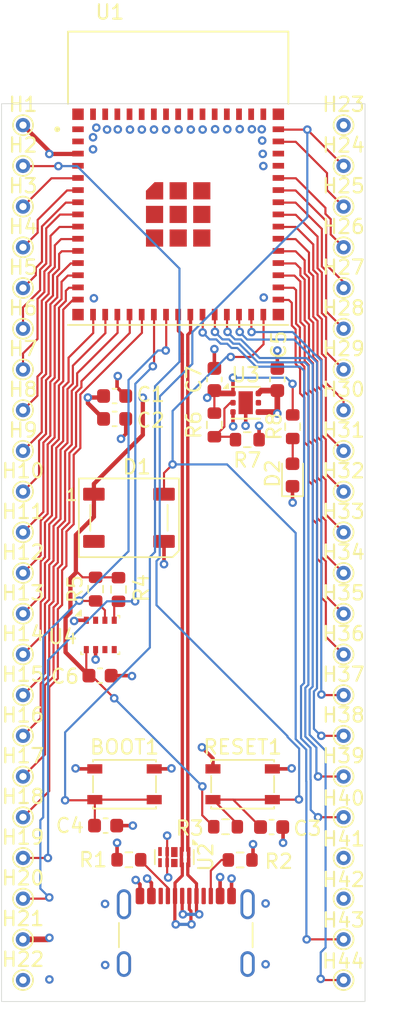
<source format=kicad_pcb>
(kicad_pcb (version 20240108) (generator "pcbnew") (generator_version "8.0")
  (layers (0 "F.Cu" signal "L1") (1 "In1.Cu" signal "L2") (2 "In2.Cu" signal "L3") (31 "B.Cu" signal "L4") (34 "B.Paste" user) (35 "F.Paste" user) (36 "B.SilkS" user "B.Silkscreen") (37 "F.SilkS" user "F.Silkscreen") (38 "B.Mask" user) (39 "F.Mask" user) (44 "Edge.Cuts" user))
  (net 0 "")
  (net 1 "GND")
  (net 2 "/3V3")
  (net 3 "/ESP32_EN")
  (net 4 "/GPIO0")
  (net 5 "/5V_USB")
  (net 7 "/GPIO48")
  (net 8 "Net-(D2-A)")
  (net 9 "/USB_N")
  (net 10 "/USB_P")
  (net 12 "Net-(JUSB1-CC2)")
  (net 13 "Net-(JUSB1-CC1)")
  (net 15 "/I2C_SCL")
  (net 16 "/I2C_SDA")
  (net 17 "Net-(U3-FB)")
  (net 26 "/GPIO4")
  (net 27 "/GPIO9")
  (net 28 "/GPIO16")
  (net 29 "/GPIO14")
  (net 30 "/GPIO10")
  (net 31 "/GPIO2")
  (net 32 "/GPIO15")
  (net 33 "/GPIO3")
  (net 34 "/GPIO8")
  (net 35 "/GPIO13")
  (net 36 "/GPIO1")
  (net 37 "/GPIO5")
  (net 38 "/GPIO7")
  (net 39 "/GPIO6")
  (net 40 "/GPIO11")
  (net 41 "/GPIO12")
  (net 42 "/GPIO34")
  (net 43 "/TXD")
  (net 44 "/RXD")
  (net 45 "/GPIO37")
  (net 46 "/GPIO45")
  (net 47 "/GPIO36")
  (net 48 "/GPIO46")
  (net 49 "/GPIO35")
  (net 50 "/GPIO40")
  (net 51 "/GPIO38")
  (net 52 "/GPIO47")
  (net 53 "/GPIO42")
  (net 54 "/GPIO39")
  (net 55 "/GPIO21")
  (net 56 "/GPIO26")
  (net 57 "/GPIO41")
  (net 58 "/GPIO33")
  (footprint "TestPoint:TestPoint_THTPad_D1.0mm_Drill0.5mm" (layer "F.Cu") (at 128.627 92.913937)
    (property "Reference" "H18")
    (property "Value" "~")
  )
  (footprint "TestPoint:TestPoint_THTPad_D1.0mm_Drill0.5mm" (layer "F.Cu") (at 128.627 47.397761)
    (property "Reference" "H2")
    (property "Value" "~")
  )
  (footprint "TestPoint:TestPoint_THTPad_D1.0mm_Drill0.5mm" (layer "F.Cu") (at 128.627 87.224415)
    (property "Reference" "H16")
    (property "Value" "~")
  )
  (footprint "TestPoint:TestPoint_THTPad_D1.0mm_Drill0.5mm" (layer "F.Cu") (at 128.62 101.44822)
    (property "Reference" "H21")
    (property "Value" "~")
  )
  (footprint "TestPoint:TestPoint_THTPad_D1.0mm_Drill0.5mm" (layer "F.Cu") (at 128.627 90.069176)
    (property "Reference" "H17")
    (property "Value" "~")
  )
  (footprint "TestPoint:TestPoint_THTPad_D1.0mm_Drill0.5mm" (layer "F.Cu") (at 151.027 67.311088)
    (property "Reference" "H31")
    (property "Value" "~")
  )
  (footprint "TestPoint:TestPoint_THTPad_D1.0mm_Drill0.5mm" (layer "F.Cu") (at 151.027 84.379654)
    (property "Reference" "H37")
    (property "Value" "~")
  )
  (footprint "TestPoint:TestPoint_THTPad_D1.0mm_Drill0.5mm" (layer "F.Cu") (at 151.027 70.155849)
    (property "Reference" "H32")
    (property "Value" "~")
  )
  (footprint "TestPoint:TestPoint_THTPad_D1.0mm_Drill0.5mm" (layer "F.Cu") (at 151.027 53.087283)
    (property "Reference" "H26")
    (property "Value" "~")
  )
  (footprint "TestPoint:TestPoint_THTPad_D1.0mm_Drill0.5mm" (layer "F.Cu") (at 128.627 64.466327)
    (property "Reference" "H8")
    (property "Value" "~")
  )
  (footprint "TestPoint:TestPoint_THTPad_D1.0mm_Drill0.5mm" (layer "F.Cu") (at 128.627 55.932044)
    (property "Reference" "H5")
    (property "Value" "~")
  )
  (footprint "Resistor_SMD:R_0603_1608Metric" (layer "F.Cu") (at 147.4725 65.625 -90)
    (property "Reference" "R8")
    (property "Value" "5.1k" (hide yes))
  )
  (footprint "TestPoint:TestPoint_THTPad_D1.0mm_Drill0.5mm" (layer "F.Cu") (at 128.627 58.776805)
    (property "Reference" "H6")
    (property "Value" "~")
  )
  (footprint "TestPoint:TestPoint_THTPad_D1.0mm_Drill0.5mm" (layer "F.Cu") (at 151.027 95.758698)
    (property "Reference" "H41")
    (property "Value" "~")
  )
  (footprint "TestPoint:TestPoint_THTPad_D1.0mm_Drill0.5mm" (layer "F.Cu") (at 151.027 90.069176)
    (property "Reference" "H39")
    (property "Value" "~")
  )
  (footprint "TestPoint:TestPoint_THTPad_D1.0mm_Drill0.5mm" (layer "F.Cu") (at 128.627 75.845371)
    (property "Reference" "H12")
    (property "Value" "~")
  )
  (footprint "TestPoint:TestPoint_THTPad_D1.0mm_Drill0.5mm" (layer "F.Cu") (at 151.027 44.553)
    (property "Reference" "H23")
    (property "Value" "~")
  )
  (footprint "TestPoint:TestPoint_THTPad_D1.0mm_Drill0.5mm" (layer "F.Cu") (at 151.027 61.621566)
    (property "Reference" "H29")
    (property "Value" "~")
  )
  (footprint "Resistor_SMD:R_0603_1608Metric" (layer "F.Cu") (at 136.025 95.8875 180)
    (property "Reference" "R1")
    (property "Value" "5.1k" (hide yes))
  )
  (footprint "Button_Switch_SMD:SW_SPST_PTS810" (layer "F.Cu") (at 143.975 90.61)
    (property "Reference" "RESET1")
    (property "Value" "~")
  )
  (footprint "TestPoint:TestPoint_THTPad_D1.0mm_Drill0.5mm" (layer "F.Cu") (at 151.027 47.397761)
    (property "Reference" "H24")
    (property "Value" "~")
  )
  (footprint "Capacitor_SMD:C_0603_1608Metric" (layer "F.Cu") (at 135.03 63.48)
    (property "Reference" "C1")
    (property "Value" "0.1uF" (hide yes))
  )
  (footprint "TestPoint:TestPoint_THTPad_D1.0mm_Drill0.5mm" (layer "F.Cu") (at 151.027 58.776805)
    (property "Reference" "H28")
    (property "Value" "~")
  )
  (footprint "TestPoint:TestPoint_THTPad_D1.0mm_Drill0.5mm" (layer "F.Cu") (at 128.627 95.758698)
    (property "Reference" "H19")
    (property "Value" "~")
  )
  (footprint "TestPoint:TestPoint_THTPad_D1.0mm_Drill0.5mm" (layer "F.Cu") (at 128.627 44.553)
    (property "Reference" "H1")
    (property "Value" "~")
  )
  (footprint "TestPoint:TestPoint_THTPad_D1.0mm_Drill0.5mm" (layer "F.Cu") (at 128.627 53.087283)
    (property "Reference" "H4")
    (property "Value" "~")
  )
  (footprint "Resistor_SMD:R_0603_1608Metric" (layer "F.Cu") (at 143.8 95.9)
    (property "Reference" "R2")
    (property "Value" "5.1k" (hide yes))
  )
  (footprint "LED_SMD:LED_0603_1608Metric" (layer "F.Cu") (at 147.46 69 90)
    (property "Reference" "D2")
    (property "Value" "LED")
  )
  (footprint "Capacitor_SMD:C_0603_1608Metric" (layer "F.Cu") (at 135.03 65.08)
    (property "Reference" "C2")
    (property "Value" "10uF" (hide yes))
  )
  (footprint "TestPoint:TestPoint_THTPad_D1.0mm_Drill0.5mm" (layer "F.Cu") (at 128.627 61.621566)
    (property "Reference" "H7")
    (property "Value" "~")
  )
  (footprint "TestPoint:TestPoint_THTPad_D1.0mm_Drill0.5mm" (layer "F.Cu") (at 151.027 64.466327)
    (property "Reference" "H30")
    (property "Value" "~")
  )
  (footprint "TestPoint:TestPoint_THTPad_D1.0mm_Drill0.5mm" (layer "F.Cu") (at 128.627 70.155849)
    (property "Reference" "H10")
    (property "Value" "~")
  )
  (footprint "TestPoint:TestPoint_THTPad_D1.0mm_Drill0.5mm" (layer "F.Cu") (at 151.027 87.224415)
    (property "Reference" "H38")
    (property "Value" "~")
  )
  (footprint "Capacitor_SMD:C_0603_1608Metric" (layer "F.Cu") (at 146.4 62.325 90)
    (property "Reference" "C5")
    (property "Value" "10uF" (hide yes))
  )
  (footprint "TestPoint:TestPoint_THTPad_D1.0mm_Drill0.5mm" (layer "F.Cu") (at 151.027 81.534893)
    (property "Reference" "H36")
    (property "Value" "~")
  )
  (footprint "Capacitor_SMD:C_0603_1608Metric" (layer "F.Cu") (at 134.01 83.02)
    (property "Reference" "C6")
    (property "Value" "0.1uF" (hide yes))
  )
  (footprint "Resistor_SMD:R_0603_1608Metric" (layer "F.Cu") (at 142 65.5 90)
    (property "Reference" "R6")
    (property "Value" "1M" (hide yes))
  )
  (footprint "Resistor_SMD:R_0603_1608Metric" (layer "F.Cu") (at 142.78 93.58 180)
    (property "Reference" "R3")
    (property "Value" "10k" (hide yes))
  )
  (footprint "TestPoint:TestPoint_THTPad_D1.0mm_Drill0.5mm" (layer "F.Cu") (at 128.627 50.242522)
    (property "Reference" "H3")
    (property "Value" "~")
  )
  (footprint "Package_DFN_QFN:Diodes_UDFN-10_1.0x2.5mm_P0.5mm" (layer "F.Cu") (at 139.2 95.7 -90)
    (property "Reference" "U2")
    (property "Value" "D3V3XA4B10LP" (hide yes))
  )
  (footprint "ESP32_S3_MINI_1_N8:XCVR_ESP32-S3-MINI-1-N8" (layer "F.Cu") (at 139.47 50.79)
    (property "Reference" "U1")
    (property "Value" "ESP32-S3-MINI-1-N8")
  )
  (footprint "Button_Switch_SMD:SW_SPST_PTS810" (layer "F.Cu") (at 135.72 90.61)
    (property "Reference" "BOOT1")
    (property "Value" "~")
  )
  (footprint "TestPoint:TestPoint_THTPad_D1.0mm_Drill0.5mm" (layer "F.Cu") (at 128.627 98.603459)
    (property "Reference" "H20")
    (property "Value" "~")
  )
  (footprint "Package_LGA:Bosch_LGA-8_2.5x2.5mm_P0.65mm_ClockwisePinNumbering" (layer "F.Cu") (at 134.025 80.175)
    (property "Reference" "U4")
    (property "Value" "BME280" (hide yes))
  )
  (footprint "TestPoint:TestPoint_THTPad_D1.0mm_Drill0.5mm" (layer "F.Cu") (at 151.027 73.00061)
    (property "Reference" "H33")
    (property "Value" "~")
  )
  (footprint "Resistor_SMD:R_0603_1608Metric" (layer "F.Cu") (at 133.7 76.975 90)
    (property "Reference" "R5")
    (property "Value" "10k" (hide yes))
  )
  (footprint "TestPoint:TestPoint_THTPad_D1.0mm_Drill0.5mm" (layer "F.Cu") (at 128.627 104.293)
    (property "Reference" "H22")
    (property "Value" "~")
  )
  (footprint "Connector_USB:USB_C_Receptacle_GCT_USB4105-xx-A_16P_TopMnt_Horizontal" (layer "F.Cu") (at 140 102.0998)
    (property "Reference" "JUSB1" (hide yes))
    (property "Value" "USB_C_Receptacle_USB2.0_16P")
  )
  (footprint "TestPoint:TestPoint_THTPad_D1.0mm_Drill0.5mm" (layer "F.Cu") (at 151.027 98.603459)
    (property "Reference" "H42")
    (property "Value" "~")
  )
  (footprint "LED_SMD:LED_WS2812B_PLCC4_5.0x5.0mm_P3.2mm" (layer "F.Cu") (at 136.03 71.99)
    (property "Reference" "D1")
    (property "Value" "WS2812B" (hide yes))
  )
  (footprint "TestPoint:TestPoint_THTPad_D1.0mm_Drill0.5mm" (layer "F.Cu") (at 151.027 78.690132)
    (property "Reference" "H35")
    (property "Value" "~")
  )
  (footprint "TestPoint:TestPoint_THTPad_D1.0mm_Drill0.5mm" (layer "F.Cu") (at 151.027 101.44822)
    (property "Reference" "H43")
    (property "Value" "~")
  )
  (footprint "Resistor_SMD:R_0603_1608Metric" (layer "F.Cu") (at 135.3 77 90)
    (property "Reference" "R4")
    (property "Value" "10k" (hide yes))
  )
  (footprint "TestPoint:TestPoint_THTPad_D1.0mm_Drill0.5mm" (layer "F.Cu") (at 151.027 55.932044)
    (property "Reference" "H27")
    (property "Value" "~")
  )
  (footprint "TestPoint:TestPoint_THTPad_D1.0mm_Drill0.5mm" (layer "F.Cu") (at 128.627 67.311088)
    (property "Reference" "H9")
    (property "Value" "~")
  )
  (footprint "Capacitor_SMD:C_0603_1608Metric" (layer "F.Cu") (at 134.4 93.5)
    (property "Reference" "C4")
    (property "Value" "0.1uF" (hide yes))
  )
  (footprint "TestPoint:TestPoint_THTPad_D1.0mm_Drill0.5mm" (layer "F.Cu") (at 151.027 50.242522)
    (property "Reference" "H25")
    (property "Value" "~")
  )
  (footprint "Package_SON:WSON-6-1EP_2x2mm_P0.65mm_EP1x1.6mm" (layer "F.Cu") (at 144.1875 63.95)
    (property "Reference" "U3")
    (property "Value" "TLV75801PDRV" (hide yes))
  )
  (footprint "TestPoint:TestPoint_THTPad_D1.0mm_Drill0.5mm" (layer "F.Cu") (at 151.027 92.913937)
    (property "Reference" "H40")
    (property "Value" "~")
  )
  (footprint "TestPoint:TestPoint_THTPad_D1.0mm_Drill0.5mm" (layer "F.Cu") (at 128.627 81.534893)
    (property "Reference" "H14")
    (property "Value" "~")
  )
  (footprint "Capacitor_SMD:C_0603_1608Metric" (layer "F.Cu") (at 142 62.325 90)
    (property "Reference" "C7")
    (property "Value" "10uF" (hide yes))
  )
  (footprint "Capacitor_SMD:C_0603_1608Metric" (layer "F.Cu") (at 146 93.6)
    (property "Reference" "C3")
    (property "Value" "0.1uF" (hide yes))
  )
  (footprint "TestPoint:TestPoint_THTPad_D1.0mm_Drill0.5mm" (layer "F.Cu") (at 151.027 75.845371)
    (property "Reference" "H34")
    (property "Value" "~")
  )
  (footprint "Resistor_SMD:R_0603_1608Metric" (layer "F.Cu") (at 144.3 66.53 180)
    (property "Reference" "R7")
    (property "Value" "200K" (hide yes))
  )
  (footprint "TestPoint:TestPoint_THTPad_D1.0mm_Drill0.5mm" (layer "F.Cu") (at 128.627 78.690132)
    (property "Reference" "H13")
    (property "Value" "~")
  )
  (footprint "TestPoint:TestPoint_THTPad_D1.0mm_Drill0.5mm" (layer "F.Cu") (at 151.027 104.293)
    (property "Reference" "H44")
    (property "Value" "~")
  )
  (footprint "TestPoint:TestPoint_THTPad_D1.0mm_Drill0.5mm" (layer "F.Cu") (at 128.627 73.00061)
    (property "Reference" "H11")
    (property "Value" "~")
  )
  (footprint "TestPoint:TestPoint_THTPad_D1.0mm_Drill0.5mm" (layer "F.Cu") (at 128.627 84.379654)
    (property "Reference" "H15")
    (property "Value" "~")
  )
  (gr_rect (start 127.127 43.053) (end 152.527 105.793) (stroke (width 0.05)) (fill none) (layer "Edge.Cuts"))
  (segment (start 133.05 79.15) (end 132.25 79.15) (width 0.25) (layer "F.Cu") (net 1))
  (segment (start 146.8 94.7) (end 146.8 93.625) (width 0.25) (layer "F.Cu") (net 1))
  (segment (start 144.7 94.8) (end 144.7 95.825) (width 0.25) (layer "F.Cu") (net 1))
  (segment (start 133.7 81.2) (end 133.7 81.9) (width 0.25) (layer "F.Cu") (net 1))
  (segment (start 136.3 93.5) (end 135.175 93.5) (width 0.25) (layer "F.Cu") (net 1))
  (segment (start 136.15 83.05) (end 136.24 83.05) (width 0.15) (layer "F.Cu") (net 1))
  (segment (start 146.8 93.625) (end 146.775 93.6) (width 0.15) (layer "F.Cu") (net 1))
  (segment (start 144.1875 65.5525) (end 144.1875 63.95) (width 0.25) (layer "F.Cu") (net 1))
  (segment (start 138.48 75.23) (end 138.48 73.64) (width 0.25) (layer "F.Cu") (net 1))
  (segment (start 144.18 65.56) (end 144.1875 65.5525) (width 0.25) (layer "F.Cu") (net 1))
  (segment (start 143.312284 65.605) (end 143.3 65.592716) (width 0.25) (layer "F.Cu") (net 1))
  (segment (start 146.05 89.535) (end 147.365 89.535) (width 0.25) (layer "F.Cu") (net 1))
  (segment (start 137.795 89.535) (end 138.965 89.535) (width 0.25) (layer "F.Cu") (net 1))
  (segment (start 135.2 94.7) (end 135.2 95.8875) (width 0.25) (layer "F.Cu") (net 1))
  (segment (start 135.805 66.14) (end 135.475 66.47) (width 0.25) (layer "F.Cu") (net 1))
  (segment (start 141.9 89.535) (end 141.9 88.8) (width 0.25) (layer "F.Cu") (net 1))
  (segment (start 143.2 98.4198) (end 143.2 97.2) (width 0.25) (layer "F.Cu") (net 1))
  (segment (start 133.645 89.535) (end 132.335 89.535) (width 0.25) (layer "F.Cu") (net 1))
  (segment (start 142 61.55) (end 142 60.2) (width 0.25) (layer "F.Cu") (net 1))
  (segment (start 132.335 89.535) (end 132.3 89.5) (width 0.15) (layer "F.Cu") (net 1))
  (segment (start 147.47 70.93) (end 147.46 70.92) (width 0.25) (layer "F.Cu") (net 1))
  (segment (start 135.2 62.875) (end 135.2 62.135) (width 0.25) (layer "F.Cu") (net 1))
  (segment (start 147.46 70.92) (end 147.46 69.7875) (width 0.25) (layer "F.Cu") (net 1))
  (segment (start 135.2 62.135) (end 135.25 62.085) (width 0.15) (layer "F.Cu") (net 1))
  (segment (start 145.125 65.425) (end 145.125 65.56) (width 0.15) (layer "F.Cu") (net 1))
  (segment (start 146.4 61.55) (end 146.4 60.3) (width 0.25) (layer "F.Cu") (net 1))
  (segment (start 136.8 98.4198) (end 136.8 97.6) (width 0.25) (layer "F.Cu") (net 1))
  (segment (start 147.365 89.535) (end 147.4 89.5) (width 0.15) (layer "F.Cu") (net 1))
  (segment (start 135.805 63.48) (end 135.2 62.875) (width 0.25) (layer "F.Cu") (net 1))
  (segment (start 138.965 89.535) (end 139 89.5) (width 0.15) (layer "F.Cu") (net 1))
  (segment (start 145.125 66.53) (end 145.125 65.425) (width 0.25) (layer "F.Cu") (net 1))
  (segment (start 134.785 83.02) (end 136.21 83.02) (width 0.25) (layer "F.Cu") (net 1))
  (segment (start 135.805 65.08) (end 135.805 66.14) (width 0.25) (layer "F.Cu") (net 1))
  (segment (start 144.7 95.825) (end 144.625 95.9) (width 0.15) (layer "F.Cu") (net 1))
  (segment (start 136.8 97.6) (end 136.5 97.3) (width 0.25) (layer "F.Cu") (net 1))
  (segment (start 143.3 65.592716) (end 143.3 64.6) (width 0.25) (layer "F.Cu") (net 1))
  (segment (start 132.25 79.15) (end 132.2 79.2) (width 0.15) (layer "F.Cu") (net 1))
  (segment (start 141.9 88.8) (end 141.13 88.03) (width 0.25) (layer "F.Cu") (net 1))
  (segment (start 136.21 83.02) (end 136.24 83.05) (width 0.25) (layer "F.Cu") (net 1))
  (via (at 135.475 66.47) (size 0.6) (drill 0.3) (layers "F.Cu" "B.Cu") (net 1))
  (via (at 145.58 98.94) (size 0.6) (drill 0.3) (layers "F.Cu" "B.Cu") (net 1))
  (via (at 132.2 79.2) (size 0.6) (drill 0.3) (layers "F.Cu" "B.Cu") (net 1))
  (via (at 143.2 97.2) (size 0.6) (drill 0.3) (layers "F.Cu" "B.Cu") (net 1))
  (via (at 136.3 93.5) (size 0.6) (drill 0.3) (layers "F.Cu" "B.Cu") (net 1))
  (via (at 146.8 94.7) (size 0.6) (drill 0.3) (layers "F.Cu" "B.Cu") (net 1))
  (via (at 133.52 46.24) (size 0.6) (drill 0.3) (layers "F.Cu" "B.Cu") (net 1))
  (via (at 146.4 60.3) (size 0.6) (drill 0.3) (layers "F.Cu" "B.Cu") (net 1))
  (via (at 135.25 44.85) (size 0.6) (drill 0.3) (layers "F.Cu" "B.Cu") (net 1))
  (via (at 136.5 97.3) (size 0.6) (drill 0.3) (layers "F.Cu" "B.Cu") (net 1))
  (via (at 133.7 81.9) (size 0.6) (drill 0.3) (layers "F.Cu" "B.Cu") (net 1))
  (via (at 142.05 44.84) (size 0.6) (drill 0.3) (layers "F.Cu" "B.Cu") (net 1))
  (via (at 139.5 44.85) (size 0.6) (drill 0.3) (layers "F.Cu" "B.Cu") (net 1))
  (via (at 145.125 65.56) (size 0.6) (drill 0.3) (layers "F.Cu" "B.Cu") (net 1))
  (via (at 145.31 44.84) (size 0.6) (drill 0.3) (layers "F.Cu" "B.Cu") (net 1))
  (via (at 134.37 103.24) (size 0.6) (drill 0.3) (layers "F.Cu" "B.Cu") (net 1))
  (via (at 143.77 44.83) (size 0.6) (drill 0.3) (layers "F.Cu" "B.Cu") (net 1))
  (via (at 144.62 44.84) (size 0.6) (drill 0.3) (layers "F.Cu" "B.Cu") (net 1))
  (via (at 140.35 44.86) (size 0.6) (drill 0.3) (layers "F.Cu" "B.Cu") (net 1))
  (via (at 145.42 47.41) (size 0.6) (drill 0.3) (layers "F.Cu" "B.Cu") (net 1))
  (via (at 134.36 98.97) (size 0.6) (drill 0.3) (layers "F.Cu" "B.Cu") (net 1))
  (via (at 133.58 56.65) (size 0.6) (drill 0.3) (layers "F.Cu" "B.Cu") (net 1))
  (via (at 141.13 88.03) (size 0.6) (drill 0.3) (layers "F.Cu" "B.Cu") (net 1))
  (via (at 145.34 45.63) (size 0.6) (drill 0.3) (layers "F.Cu" "B.Cu") (net 1))
  (via (at 145.38 46.56) (size 0.6) (drill 0.3) (layers "F.Cu" "B.Cu") (net 1))
  (via (at 133.52 45.4) (size 0.6) (drill 0.3) (layers "F.Cu" "B.Cu") (net 1))
  (via (at 142.9 44.84) (size 0.6) (drill 0.3) (layers "F.Cu" "B.Cu") (net 1))
  (via (at 136.1 44.86) (size 0.6) (drill 0.3) (layers "F.Cu" "B.Cu") (net 1))
  (via (at 135.25 62.085) (size 0.6) (drill 0.3) (layers "F.Cu" "B.Cu") (net 1))
  (via (at 137.78 44.86) (size 0.6) (drill 0.3) (layers "F.Cu" "B.Cu") (net 1))
  (via (at 147.4 89.5) (size 0.6) (drill 0.3) (layers "F.Cu" "B.Cu") (net 1))
  (via (at 145.45 56.6) (size 0.6) (drill 0.3) (layers "F.Cu" "B.Cu") (net 1))
  (via (at 133.75 44.73) (size 0.6) (drill 0.3) (layers "F.Cu" "B.Cu") (net 1))
  (via (at 139 89.5) (size 0.6) (drill 0.3) (layers "F.Cu" "B.Cu") (net 1))
  (via (at 134.5 44.86) (size 0.6) (drill 0.3) (layers "F.Cu" "B.Cu") (net 1))
  (via (at 138.48 75.23) (size 0.6) (drill 0.3) (layers "F.Cu" "B.Cu") (net 1))
  (via (at 144.7 94.8) (size 0.6) (drill 0.3) (layers "F.Cu" "B.Cu") (net 1))
  (via (at 142 60.2) (size 0.6) (drill 0.3) (layers "F.Cu" "B.Cu") (net 1))
  (via (at 138.63 44.86) (size 0.6) (drill 0.3) (layers "F.Cu" "B.Cu") (net 1))
  (via (at 135.2 94.7) (size 0.6) (drill 0.3) (layers "F.Cu" "B.Cu") (net 1))
  (via (at 130.47 104.25) (size 0.6) (drill 0.3) (layers "F.Cu" "B.Cu") (net 1))
  (via (at 143.312284 65.605) (size 0.6) (drill 0.3) (layers "F.Cu" "B.Cu") (net 1))
  (via (at 132.3 89.5) (size 0.6) (drill 0.3) (layers "F.Cu" "B.Cu") (net 1))
  (via (at 145.58 103.19) (size 0.6) (drill 0.3) (layers "F.Cu" "B.Cu") (net 1))
  (via (at 141.18 44.86) (size 0.6) (drill 0.3) (layers "F.Cu" "B.Cu") (net 1))
  (via (at 144.18 65.56) (size 0.6) (drill 0.3) (layers "F.Cu" "B.Cu") (net 1))
  (via (at 136.24 83.05) (size 0.6) (drill 0.3) (layers "F.Cu" "B.Cu") (net 1))
  (via (at 136.93 44.86) (size 0.6) (drill 0.3) (layers "F.Cu" "B.Cu") (net 1))
  (via (at 147.47 70.93) (size 0.6) (drill 0.3) (layers "F.Cu" "B.Cu") (net 1))
  (segment (start 133.58 70.34) (end 133.58 69.62) (width 0.3) (layer "F.Cu") (net 2))
  (segment (start 141.15 92.775) (end 141.955 93.58) (width 0.15) (layer "F.Cu") (net 2))
  (segment (start 132.32 75.83) (end 132.47 75.83) (width 0.15) (layer "F.Cu") (net 2))
  (segment (start 132.32 73.19) (end 133.58 71.93) (width 0.3) (layer "F.Cu") (net 2))
  (segment (start 132.32 75.83) (end 132.32 73.19) (width 0.3) (layer "F.Cu") (net 2))
  (segment (start 133.16 63.985) (end 134.255 65.08) (width 0.3) (layer "F.Cu") (net 2))
  (segment (start 133.235 83.02) (end 133.42 83.02) (width 0.15) (layer "F.Cu") (net 2))
  (segment (start 141.15 90.77) (end 141.15 92.775) (width 0.15) (layer "F.Cu") (net 2))
  (segment (start 131.6 81.385) (end 131.6 78.951471) (width 0.3) (layer "F.Cu") (net 2))
  (segment (start 147.46 62.63) (end 147.4725 62.6425) (width 0.15) (layer "F.Cu") (net 2))
  (segment (start 132.485 46.565) (end 130.635 46.565) (width 0.3) (layer "F.Cu") (net 2))
  (segment (start 147.4725 62.6425) (end 147.4725 64.8) (width 0.15) (layer "F.Cu") (net 2))
  (segment (start 142 64.675) (end 142 63.1) (width 0.15) (layer "F.Cu") (net 2))
  (segment (start 133.16 63.585) (end 133.16 63.985) (width 0.3) (layer "F.Cu") (net 2))
  (segment (start 132.79 76.15) (end 133.7 76.15) (width 0.15) (layer "F.Cu") (net 2))
  (segment (start 143.3 63.3) (end 143.3 62.2) (width 0.25) (layer "F.Cu") (net 2))
  (segment (start 130.635 46.565) (end 130.465 46.565) (width 0.3) (layer "F.Cu") (net 2))
  (segment (start 143.3 63.3) (end 142.2 63.3) (width 0.4) (layer "F.Cu") (net 2))
  (segment (start 142 63.1) (end 141.5 63.6) (width 0.3) (layer "F.Cu") (net 2))
  (segment (start 133.05 82.835) (end 133.235 83.02) (width 0.15) (layer "F.Cu") (net 2))
  (segment (start 135.275 76.15) (end 135.3 76.175) (width 0.15) (layer "F.Cu") (net 2))
  (segment (start 134.15 63.585) (end 134.255 63.48) (width 0.3) (layer "F.Cu") (net 2))
  (segment (start 133.42 83.02) (end 135 84.6) (width 0.15) (layer "F.Cu") (net 2))
  (segment (start 137 66.2) (end 137 63.6) (width 0.3) (layer "F.Cu") (net 2))
  (segment (start 133.58 69.62) (end 137 66.2) (width 0.3) (layer "F.Cu") (net 2))
  (segment (start 133.16 63.585) (end 134.15 63.585) (width 0.3) (layer "F.Cu") (net 2))
  (segment (start 133.7 76.15) (end 135.275 76.15) (width 0.15) (layer "F.Cu") (net 2))
  (segment (start 133.58 71.93) (end 133.58 70.34) (width 0.3) (layer "F.Cu") (net 2))
  (segment (start 131.94 78.611471) (end 131.94 76.21) (width 0.3) (layer "F.Cu") (net 2))
  (segment (start 133.235 83.02) (end 131.6 81.385) (width 0.3) (layer "F.Cu") (net 2))
  (segment (start 130.5 46.426) (end 128.627 44.553) (width 0.3) (layer "F.Cu") (net 2))
  (segment (start 131.6 78.951471) (end 131.94 78.611471) (width 0.3) (layer "F.Cu") (net 2))
  (segment (start 133.05 81.2) (end 133.05 82.835) (width 0.15) (layer "F.Cu") (net 2))
  (segment (start 131.94 76.21) (end 132.32 75.83) (width 0.3) (layer "F.Cu") (net 2))
  (segment (start 141.16 90.76) (end 141.15 90.77) (width 0.15) (layer "F.Cu") (net 2))
  (segment (start 132.47 75.83) (end 132.79 76.15) (width 0.15) (layer "F.Cu") (net 2))
  (segment (start 142.2 63.3) (end 142 63.1) (width 0.4) (layer "F.Cu") (net 2))
  (via (at 133.16 63.585) (size 0.6) (drill 0.3) (layers "F.Cu" "B.Cu") (net 2))
  (via (at 137 63.6) (size 0.6) (drill 0.3) (layers "F.Cu" "B.Cu") (net 2))
  (via (at 143.3 62.2) (size 0.6) (drill 0.3) (layers "F.Cu" "B.Cu") (net 2))
  (via (at 147.46 62.63) (size 0.6) (drill 0.3) (layers "F.Cu" "B.Cu") (net 2))
  (via (at 135 84.6) (size 0.6) (drill 0.3) (layers "F.Cu" "B.Cu") (net 2))
  (via (at 141.5 63.6) (size 0.6) (drill 0.3) (layers "F.Cu" "B.Cu") (net 2))
  (via (at 130.465 46.565) (size 0.6) (drill 0.3) (layers "F.Cu" "B.Cu") (net 2))
  (via (at 141.16 90.76) (size 0.6) (drill 0.3) (layers "F.Cu" "B.Cu") (net 2))
  (segment (start 147.46 62.63) (end 147.03 62.2) (width 0.15) (layer "B.Cu") (net 2))
  (segment (start 141.16 90.76) (end 135 84.6) (width 0.15) (layer "B.Cu") (net 2))
  (segment (start 147.03 62.2) (end 143.3 62.2) (width 0.15) (layer "B.Cu") (net 2))
  (segment (start 148.494239 44.865) (end 151.027 47.397761) (width 0.15) (layer "F.Cu") (net 3))
  (segment (start 147.89 91.685) (end 147.905 91.67) (width 0.15) (layer "F.Cu") (net 3))
  (segment (start 146.05 91.685) (end 141.9 91.685) (width 0.15) (layer "F.Cu") (net 3))
  (segment (start 146.05 91.685) (end 147.89 91.685) (width 0.15) (layer "F.Cu") (net 3))
  (segment (start 141.9 91.685) (end 143.605 93.39) (width 0.15) (layer "F.Cu") (net 3))
  (segment (start 143.31 91.685) (end 145.225 93.6) (width 0.15) (layer "F.Cu") (net 3))
  (segment (start 143.605 93.39) (end 143.605 93.58) (width 0.15) (layer "F.Cu") (net 3))
  (segment (start 146.485 44.865) (end 148.494239 44.865) (width 0.15) (layer "F.Cu") (net 3))
  (segment (start 141.9 91.685) (end 143.31 91.685) (width 0.15) (layer "F.Cu") (net 3))
  (via (at 147.905 91.67) (size 0.6) (drill 0.3) (layers "F.Cu" "B.Cu") (net 3))
  (via (at 148.494239 44.865) (size 0.6) (drill 0.3) (layers "F.Cu" "B.Cu") (net 3))
  (segment (start 138.18 74.787537) (end 138.18 63.51) (width 0.15) (layer "B.Cu") (net 3))
  (segment (start 140.46 61.23) (end 140.46 59.017537) (width 0.15) (layer "B.Cu") (net 3))
  (segment (start 147.925 91.65) (end 147.925 88.118934) (width 0.15) (layer "B.Cu") (net 3))
  (segment (start 137.955 78.095) (end 137.955 75.012537) (width 0.15) (layer "B.Cu") (net 3))
  (segment (start 137.955 75.012537) (end 138.18 74.787537) (width 0.15) (layer "B.Cu") (net 3))
  (segment (start 148.494239 50.983298) (end 148.494239 44.865) (width 0.15) (layer "B.Cu") (net 3))
  (segment (start 138.18 63.51) (end 140.46 61.23) (width 0.15) (layer "B.Cu") (net 3))
  (segment (start 147.11 87.303934) (end 147.11 87.25) (width 0.15) (layer "B.Cu") (net 3))
  (segment (start 140.46 59.017537) (end 148.494239 50.983298) (width 0.15) (layer "B.Cu") (net 3))
  (segment (start 147.11 87.25) (end 137.955 78.095) (width 0.15) (layer "B.Cu") (net 3))
  (segment (start 147.905 91.67) (end 147.925 91.65) (width 0.15) (layer "B.Cu") (net 3))
  (segment (start 147.925 88.118934) (end 147.11 87.303934) (width 0.15) (layer "B.Cu") (net 3))
  (segment (start 132.485 47.415) (end 128.644239 47.415) (width 0.15) (layer "F.Cu") (net 4))
  (segment (start 133.645 91.685) (end 133.645 93.48) (width 0.15) (layer "F.Cu") (net 4))
  (segment (start 133.645 91.685) (end 133.6 91.73) (width 0.15) (layer "F.Cu") (net 4))
  (segment (start 133.6 91.73) (end 131.57 91.73) (width 0.15) (layer "F.Cu") (net 4))
  (segment (start 128.644239 47.415) (end 128.627 47.397761) (width 0.15) (layer "F.Cu") (net 4))
  (segment (start 133.645 93.48) (end 133.625 93.5) (width 0.15) (layer "F.Cu") (net 4))
  (segment (start 133.645 91.685) (end 137.795 91.685) (width 0.15) (layer "F.Cu") (net 4))
  (via (at 131.57 91.73) (size 0.6) (drill 0.3) (layers "F.Cu" "B.Cu") (net 4))
  (via (at 131.1 47.415) (size 0.6) (drill 0.3) (layers "F.Cu" "B.Cu") (net 4))
  (segment (start 139.56 61.09) (end 139.56 54.57) (width 0.15) (layer "B.Cu") (net 4))
  (segment (start 137.49 81.057537) (end 137.49 74.74) (width 0.15) (layer "B.Cu") (net 4))
  (segment (start 132.405 47.415) (end 131.1 47.415) (width 0.15) (layer "B.Cu") (net 4))
  (segment (start 131.57 91.73) (end 131.57 86.977537) (width 0.15) (layer "B.Cu") (net 4))
  (segment (start 139.56 54.57) (end 132.405 47.415) (width 0.15) (layer "B.Cu") (net 4))
  (segment (start 137.85 62.8) (end 139.56 61.09) (width 0.15) (layer "B.Cu") (net 4))
  (segment (start 137.49 74.74) (end 137.85 74.38) (width 0.15) (layer "B.Cu") (net 4))
  (segment (start 131.57 86.977537) (end 137.49 81.057537) (width 0.15) (layer "B.Cu") (net 4))
  (segment (start 137.85 74.38) (end 137.85 62.8) (width 0.15) (layer "B.Cu") (net 4))
  (segment (start 145.275 63.1) (end 145.075 63.3) (width 0.4) (layer "F.Cu") (net 5))
  (segment (start 142.4 97.097518) (end 142.4 98.4198) (width 0.25) (layer "F.Cu") (net 5))
  (segment (start 138.7 97.057536) (end 138.7 96.0875) (width 0.15) (layer "F.Cu") (net 5))
  (segment (start 138.771232 97.128768) (end 138.7 97.057536) (width 0.15) (layer "F.Cu") (net 5))
  (segment (start 138.7 95.775) (end 138.7 94.2) (width 0.15) (layer "F.Cu") (net 5))
  (segment (start 146.4 63.1) (end 146.4 64.7) (width 0.4) (layer "F.Cu") (net 5))
  (segment (start 137.6 97.5) (end 137.3 97.2) (width 0.25) (layer "F.Cu") (net 5))
  (segment (start 146.3 64.6) (end 146.4 64.7) (width 0.4) (layer "F.Cu") (net 5))
  (segment (start 145.075 64.6) (end 146.3 64.6) (width 0.4) (layer "F.Cu") (net 5))
  (segment (start 138.7 95.3125) (end 138.7 95.775) (width 0.15) (layer "F.Cu") (net 5))
  (segment (start 146.4 63.1) (end 145.275 63.1) (width 0.4) (layer "F.Cu") (net 5))
  (segment (start 130.36178 101.44822) (end 128.62 101.44822) (width 0.4) (layer "F.Cu") (net 5))
  (segment (start 130.47 101.34) (end 130.36178 101.44822) (width 0.15) (layer "F.Cu") (net 5))
  (segment (start 138.7 95.3125) (end 138.7 96.0875) (width 0.2) (layer "F.Cu") (net 5))
  (segment (start 137.6 98.4198) (end 137.6 97.5) (width 0.25) (layer "F.Cu") (net 5))
  (via (at 137.3 97.2) (size 0.6) (drill 0.3) (layers "F.Cu" "B.Cu") (net 5))
  (via (at 142.4 97.097518) (size 0.6) (drill 0.3) (layers "F.Cu" "B.Cu") (net 5))
  (via (at 138.771232 97.128768) (size 0.6) (drill 0.3) (layers "F.Cu" "B.Cu") (net 5))
  (via (at 146.4 64.7) (size 0.6) (drill 0.3) (layers "F.Cu" "B.Cu") (net 5))
  (via (at 130.47 101.34) (size 0.6) (drill 0.3) (layers "F.Cu" "B.Cu") (net 5))
  (via (at 138.7 94.2) (size 0.6) (drill 0.3) (layers "F.Cu" "B.Cu") (net 5))
  (segment (start 138.48 68.86) (end 138.48 70.34) (width 0.15) (layer "F.Cu") (net 7))
  (segment (start 144.55 60.75) (end 145.435 59.865) (width 0.15) (layer "F.Cu") (net 7))
  (segment (start 148.45 101.44822) (end 151.027 101.44822) (width 0.15) (layer "F.Cu") (net 7))
  (segment (start 143.14 60.75) (end 144.55 60.75) (width 0.15) (layer "F.Cu") (net 7))
  (segment (start 145.435 59.865) (end 145.435 57.815) (width 0.15) (layer "F.Cu") (net 7))
  (segment (start 139.08 68.26) (end 138.48 68.86) (width 0.15) (layer "F.Cu") (net 7))
  (via (at 143.14 60.75) (size 0.6) (drill 0.3) (layers "F.Cu" "B.Cu") (net 7))
  (via (at 139.08 68.26) (size 0.6) (drill 0.3) (layers "F.Cu" "B.Cu") (net 7))
  (via (at 148.45 101.44822) (size 0.6) (drill 0.3) (layers "F.Cu" "B.Cu") (net 7))
  (segment (start 142.85 60.75) (end 143.14 60.75) (width 0.15) (layer "B.Cu") (net 7))
  (segment (start 139.08 64.52) (end 142.85 60.75) (width 0.15) (layer "B.Cu") (net 7))
  (segment (start 147.68 73.05) (end 147.68 87.44967) (width 0.15) (layer "B.Cu") (net 7))
  (segment (start 148.43 90.420903) (end 148.43 101.42822) (width 0.15) (layer "B.Cu") (net 7))
  (segment (start 142.89 68.26) (end 147.68 73.05) (width 0.15) (layer "B.Cu") (net 7))
  (segment (start 148.43 101.42822) (end 148.45 101.44822) (width 0.15) (layer "B.Cu") (net 7))
  (segment (start 148.42 88.18967) (end 148.42 90.410903) (width 0.15) (layer "B.Cu") (net 7))
  (segment (start 139.08 68.26) (end 139.08 64.52) (width 0.15) (layer "B.Cu") (net 7))
  (segment (start 148.42 90.410903) (end 148.43 90.420903) (width 0.15) (layer "B.Cu") (net 7))
  (segment (start 139.08 68.26) (end 142.89 68.26) (width 0.15) (layer "B.Cu") (net 7))
  (segment (start 147.68 87.44967) (end 148.42 88.18967) (width 0.15) (layer "B.Cu") (net 7))
  (segment (start 147.4725 68.2) (end 147.46 68.2125) (width 0.15) (layer "F.Cu") (net 8))
  (segment (start 147.4725 66.45) (end 147.4725 68.2) (width 0.15) (layer "F.Cu") (net 8))
  (segment (start 139.7 96.0875) (end 139.75855 96.14605) (width 0.2329) (layer "F.Cu") (net 9))
  (segment (start 139.25 97.5) (end 139.75855 96.99145) (width 0.2234) (layer "F.Cu") (net 9))
  (segment (start 139.485 57.815) (end 139.485 58.92645) (width 0.2329) (layer "F.Cu") (net 9))
  (segment (start 140.3617 99.467336) (end 140.25 99.355636) (width 0.2234) (layer "F.Cu") (net 9))
  (segment (start 139.3 100.4) (end 139.2383 100.3383) (width 0.2234) (layer "F.Cu") (net 9))
  (segment (start 139.758549 95.253951) (end 139.7 95.3125) (width 0.2329) (layer "F.Cu") (net 9))
  (segment (start 139.2383 98.4315) (end 139.25 98.4198) (width 0.2234) (layer "F.Cu") (net 9))
  (segment (start 139.75855 59.2) (end 139.75855 60.539961) (width 0.2329) (layer "F.Cu") (net 9))
  (segment (start 140.3617 100.3617) (end 140.3617 99.467336) (width 0.2234) (layer "F.Cu") (net 9))
  (segment (start 139.7 96.0875) (end 139.7 95.3125) (width 0.2329) (layer "F.Cu") (net 9))
  (segment (start 139.25 98.4198) (end 139.25 97.5) (width 0.2234) (layer "F.Cu") (net 9))
  (segment (start 139.485 58.92645) (end 139.75855 59.2) (width 0.2329) (layer "F.Cu") (net 9))
  (segment (start 139.75855 60.539961) (end 139.758549 60.539962) (width 0.2329) (layer "F.Cu") (net 9))
  (segment (start 139.2383 100.3383) (end 139.2383 98.4315) (width 0.2234) (layer "F.Cu") (net 9))
  (segment (start 140.25 99.355636) (end 140.25 98.4198) (width 0.2234) (layer "F.Cu") (net 9))
  (segment (start 139.75855 96.99145) (end 139.75855 96.588704) (width 0.2234) (layer "F.Cu") (net 9))
  (segment (start 140.4 100.4) (end 140.3617 100.3617) (width 0.2234) (layer "F.Cu") (net 9))
  (segment (start 139.758549 60.539962) (end 139.758549 95.253951) (width 0.2329) (layer "F.Cu") (net 9))
  (segment (start 139.75855 96.14605) (end 139.75855 96.588704) (width 0.2329) (layer "F.Cu") (net 9))
  (via (at 140.4 100.4) (size 0.6) (drill 0.3) (layers "F.Cu" "B.Cu") (net 9))
  (via (at 139.3 100.4) (size 0.6) (drill 0.3) (layers "F.Cu" "B.Cu") (net 9))
  (segment (start 140.4 100.4) (end 139.3 100.4) (width 0.2234) (layer "B.Cu") (net 9))
  (segment (start 140.141451 95.253951) (end 140.2 95.3125) (width 0.2329) (layer "F.Cu") (net 10))
  (segment (start 140.9383 99.7) (end 140.75 99.5117) (width 0.2234) (layer "F.Cu") (net 10))
  (segment (start 140.14145 96.94145) (end 140.14145 96.588704) (width 0.2234) (layer "F.Cu") (net 10))
  (segment (start 140.14145 60.539961) (end 140.141451 60.539962) (width 0.2329) (layer "F.Cu") (net 10))
  (segment (start 139.75 99.65) (end 139.8 99.7) (width 0.2234) (layer "F.Cu") (net 10))
  (segment (start 140.141451 60.539962) (end 140.141451 95.253951) (width 0.2329) (layer "F.Cu") (net 10))
  (segment (start 140.14145 59.2) (end 140.14145 60.539961) (width 0.2329) (layer "F.Cu") (net 10))
  (segment (start 140.75 99.5117) (end 140.75 98.4198) (width 0.2234) (layer "F.Cu") (net 10))
  (segment (start 140.2 96.0875) (end 140.14145 96.14605) (width 0.2329) (layer "F.Cu") (net 10))
  (segment (start 140.75 97.55) (end 140.14145 96.94145) (width 0.2234) (layer "F.Cu") (net 10))
  (segment (start 140.335 59.00645) (end 140.14145 59.2) (width 0.2329) (layer "F.Cu") (net 10))
  (segment (start 139.75 98.4198) (end 139.75 99.65) (width 0.2234) (layer "F.Cu") (net 10))
  (segment (start 140.14145 96.14605) (end 140.14145 96.588704) (width 0.2329) (layer "F.Cu") (net 10))
  (segment (start 140.75 98.4198) (end 140.75 97.55) (width 0.2234) (layer "F.Cu") (net 10))
  (segment (start 140.2 96.0875) (end 140.2 95.3125) (width 0.2329) (layer "F.Cu") (net 10))
  (segment (start 140.335 57.815) (end 140.335 59.00645) (width 0.2329) (layer "F.Cu") (net 10))
  (via (at 140.9383 99.7) (size 0.6) (drill 0.3) (layers "F.Cu" "B.Cu") (net 10))
  (via (at 139.8 99.7) (size 0.6) (drill 0.3) (layers "F.Cu" "B.Cu") (net 10))
  (segment (start 140.9383 99.7) (end 139.8 99.7) (width 0.2234) (layer "B.Cu") (net 10))
  (segment (start 141.75 96.65) (end 141.75 98.4198) (width 0.15) (layer "F.Cu") (net 12))
  (segment (start 142.5 95.9) (end 141.75 96.65) (width 0.15) (layer "F.Cu") (net 12))
  (segment (start 142.975 95.9) (end 142.5 95.9) (width 0.15) (layer "F.Cu") (net 12))
  (segment (start 136.85 95.8875) (end 136.85 95.95) (width 0.15) (layer "F.Cu") (net 13))
  (segment (start 138.75 97.85) (end 138.75 98.4198) (width 0.15) (layer "F.Cu") (net 13))
  (segment (start 136.85 95.95) (end 138.75 97.85) (width 0.15) (layer "F.Cu") (net 13))
  (segment (start 129.71 95.76) (end 129.708698 95.758698) (width 0.15) (layer "F.Cu") (net 15))
  (segment (start 137.7 61.4) (end 137.785 61.315) (width 0.15) (layer "F.Cu") (net 15))
  (segment (start 129.708698 95.758698) (end 128.627 95.758698) (width 0.15) (layer "F.Cu") (net 15))
  (segment (start 135 78.125) (end 135.3 77.825) (width 0.15) (layer "F.Cu") (net 15))
  (segment (start 137.785 61.315) (end 137.785 57.815) (width 0.15) (layer "F.Cu") (net 15))
  (segment (start 130.365 95.76) (end 129.71 95.76) (width 0.15) (layer "F.Cu") (net 15))
  (segment (start 135 79.15) (end 135 78.125) (width 0.15) (layer "F.Cu") (net 15))
  (segment (start 136.46 77.825) (end 135.3 77.825) (width 0.15) (layer "F.Cu") (net 15))
  (via (at 136.46 77.825) (size 0.6) (drill 0.3) (layers "F.Cu" "B.Cu") (net 15))
  (via (at 137.7 61.4) (size 0.6) (drill 0.3) (layers "F.Cu" "B.Cu") (net 15))
  (via (at 130.365 95.76) (size 0.6) (drill 0.3) (layers "F.Cu" "B.Cu") (net 15))
  (segment (start 136.46 77.825) (end 136.475 77.81) (width 0.15) (layer "B.Cu") (net 15))
  (segment (start 130.365 95.76) (end 130.38 95.745) (width 0.15) (layer "B.Cu") (net 15))
  (segment (start 130.38 95.745) (end 130.38 81.94) (width 0.15) (layer "B.Cu") (net 15))
  (segment (start 136.475 62.625) (end 137.7 61.4) (width 0.15) (layer "B.Cu") (net 15))
  (segment (start 136.475 77.81) (end 136.475 62.625) (width 0.15) (layer "B.Cu") (net 15))
  (segment (start 130.38 81.94) (end 134.495 77.825) (width 0.15) (layer "B.Cu") (net 15))
  (segment (start 134.495 77.825) (end 136.46 77.825) (width 0.15) (layer "B.Cu") (net 15))
  (segment (start 130.46 98.52) (end 130.376541 98.603459) (width 0.15) (layer "F.Cu") (net 16))
  (segment (start 138.635 57.815) (end 138.635 60.265) (width 0.15) (layer "F.Cu") (net 16))
  (segment (start 134.35 78.45) (end 133.7 77.8) (width 0.15) (layer "F.Cu") (net 16))
  (segment (start 132.55 77.78) (end 132.57 77.8) (width 0.15) (layer "F.Cu") (net 16))
  (segment (start 132.57 77.8) (end 133.7 77.8) (width 0.15) (layer "F.Cu") (net 16))
  (segment (start 138.635 60.265) (end 138.6 60.3) (width 0.15) (layer "F.Cu") (net 16))
  (segment (start 130.376541 98.603459) (end 128.627 98.603459) (width 0.15) (layer "F.Cu") (net 16))
  (segment (start 134.35 79.15) (end 134.35 78.45) (width 0.15) (layer "F.Cu") (net 16))
  (via (at 130.46 98.52) (size 0.6) (drill 0.3) (layers "F.Cu" "B.Cu") (net 16))
  (via (at 138.6 60.3) (size 0.6) (drill 0.3) (layers "F.Cu" "B.Cu") (net 16))
  (via (at 132.55 77.78) (size 0.6) (drill 0.3) (layers "F.Cu" "B.Cu") (net 16))
  (segment (start 138.057537 60.3) (end 138.6 60.3) (width 0.15) (layer "B.Cu") (net 16))
  (segment (start 130.04 80.29) (end 132.55 77.78) (width 0.15) (layer "B.Cu") (net 16))
  (segment (start 129.84 93.125736) (end 130.04 92.925736) (width 0.15) (layer "B.Cu") (net 16))
  (segment (start 130.46 98.52) (end 129.84 97.9) (width 0.15) (layer "B.Cu") (net 16))
  (segment (start 136 62.357537) (end 138.057537 60.3) (width 0.15) (layer "B.Cu") (net 16))
  (segment (start 130.04 92.925736) (end 130.04 80.29) (width 0.15) (layer "B.Cu") (net 16))
  (segment (start 129.84 97.9) (end 129.84 93.125736) (width 0.15) (layer "B.Cu") (net 16))
  (segment (start 132.55 77.78) (end 136 74.33) (width 0.15) (layer "B.Cu") (net 16))
  (segment (start 136 74.33) (end 136 62.357537) (width 0.15) (layer "B.Cu") (net 16))
  (segment (start 143.27 66.325) (end 143.475 66.53) (width 0.15) (layer "F.Cu") (net 17))
  (segment (start 143.3 63.95) (end 143.112501 63.95) (width 0.15) (layer "F.Cu") (net 17))
  (segment (start 142 66.325) (end 143.27 66.325) (width 0.15) (layer "F.Cu") (net 17))
  (segment (start 143.112501 63.95) (end 142.7 64.362501) (width 0.15) (layer "F.Cu") (net 17))
  (segment (start 142.7 64.362501) (end 142.7 65.625) (width 0.15) (layer "F.Cu") (net 17))
  (segment (start 142.7 65.625) (end 142 66.325) (width 0.15) (layer "F.Cu") (net 17))
  (segment (start 130.25 54.222944) (end 129.82 54.652944) (width 0.15) (layer "F.Cu") (net 26))
  (segment (start 130.25 51.76) (end 130.25 54.222944) (width 0.15) (layer "F.Cu") (net 26))
  (segment (start 132.47 50.8) (end 131.21 50.8) (width 0.15) (layer "F.Cu") (net 26))
  (segment (start 129.82 54.652944) (end 129.82 56.090152) (width 0.15) (layer "F.Cu") (net 26))
  (segment (start 128.627 57.283152) (end 128.627 58.776805) (width 0.15) (layer "F.Cu") (net 26))
  (segment (start 129.82 56.090152) (end 128.627 57.283152) (width 0.15) (layer "F.Cu") (net 26))
  (segment (start 131.21 50.8) (end 130.25 51.76) (width 0.15) (layer "F.Cu") (net 26))
  (segment (start 131.32 56.711472) (end 130.84 57.191472) (width 0.15) (layer "F.Cu") (net 27))
  (segment (start 130.05 66.736616) (end 130.05 71.57761) (width 0.15) (layer "F.Cu") (net 27))
  (segment (start 131.32 55.5) (end 131.32 56.711472) (width 0.15) (layer "F.Cu") (net 27))
  (segment (start 131.755 55.065) (end 131.32 55.5) (width 0.15) (layer "F.Cu") (net 27))
  (segment (start 130.05 71.57761) (end 128.627 73.00061) (width 0.15) (layer "F.Cu") (net 27))
  (segment (start 132.485 55.065) (end 131.755 55.065) (width 0.15) (layer "F.Cu") (net 27))
  (segment (start 130.535 66.251616) (end 130.05 66.736616) (width 0.15) (layer "F.Cu") (net 27))
  (segment (start 130.84 62.192689) (end 130.535 62.497689) (width 0.15) (layer "F.Cu") (net 27))
  (segment (start 130.535 62.497689) (end 130.535 66.251616) (width 0.15) (layer "F.Cu") (net 27))
  (segment (start 130.84 57.191472) (end 130.84 62.192689) (width 0.15) (layer "F.Cu") (net 27))
  (segment (start 136.935 59.067537) (end 132.635 63.367537) (width 0.15) (layer "F.Cu") (net 28))
  (segment (start 131.06 78.378452) (end 131.06 83.219446) (width 0.15) (layer "F.Cu") (net 28))
  (segment (start 132.635 67.121464) (end 132.167936 67.588528) (width 0.15) (layer "F.Cu") (net 28))
  (segment (start 130.46 91.080937) (end 128.627 92.913937) (width 0.15) (layer "F.Cu") (net 28))
  (segment (start 131.66 75.357955) (end 131.36 75.657955) (width 0.15) (layer "F.Cu") (net 28))
  (segment (start 131.36 78.078452) (end 131.06 78.378452) (width 0.15) (layer "F.Cu") (net 28))
  (segment (start 132.635 63.367537) (end 132.635 67.121464) (width 0.15) (layer "F.Cu") (net 28))
  (segment (start 136.935 57.815) (end 136.935 59.067537) (width 0.15) (layer "F.Cu") (net 28))
  (segment (start 131.66 72.948528) (end 131.66 75.357955) (width 0.15) (layer "F.Cu") (net 28))
  (segment (start 131.36 75.657955) (end 131.36 78.078452) (width 0.15) (layer "F.Cu") (net 28))
  (segment (start 132.167936 67.588528) (end 132.167936 72.440592) (width 0.15) (layer "F.Cu") (net 28))
  (segment (start 131.06 83.219446) (end 130.46 83.819446) (width 0.15) (layer "F.Cu") (net 28))
  (segment (start 132.167936 72.440592) (end 131.66 72.948528) (width 0.15) (layer "F.Cu") (net 28))
  (segment (start 130.46 83.819446) (end 130.46 91.080937) (width 0.15) (layer "F.Cu") (net 28))
  (segment (start 132.41 61.89) (end 132.41 62.744009) (width 0.15) (layer "F.Cu") (net 29))
  (segment (start 132.41 62.744009) (end 132.035 63.119009) (width 0.15) (layer "F.Cu") (net 29))
  (segment (start 131.06 75.109427) (end 130.76 75.409427) (width 0.15) (layer "F.Cu") (net 29))
  (segment (start 135.235 57.815) (end 135.235 59.065) (width 0.15) (layer "F.Cu") (net 29))
  (segment (start 132.035 66.872936) (end 131.567936 67.34) (width 0.15) (layer "F.Cu") (net 29))
  (segment (start 132.035 63.119009) (end 132.035 66.872936) (width 0.15) (layer "F.Cu") (net 29))
  (segment (start 135.235 59.065) (end 132.41 61.89) (width 0.15) (layer "F.Cu") (net 29))
  (segment (start 129.86 83.570918) (end 129.86 85.991415) (width 0.15) (layer "F.Cu") (net 29))
  (segment (start 130.46 82.970918) (end 129.86 83.570918) (width 0.15) (layer "F.Cu") (net 29))
  (segment (start 131.567936 67.34) (end 131.567936 72.192064) (width 0.15) (layer "F.Cu") (net 29))
  (segment (start 130.76 75.409427) (end 130.76 77.829924) (width 0.15) (layer "F.Cu") (net 29))
  (segment (start 131.567936 72.192064) (end 131.06 72.7) (width 0.15) (layer "F.Cu") (net 29))
  (segment (start 129.86 85.991415) (end 128.627 87.224415) (width 0.15) (layer "F.Cu") (net 29))
  (segment (start 130.46 78.129924) (end 130.46 82.970918) (width 0.15) (layer "F.Cu") (net 29))
  (segment (start 130.76 77.829924) (end 130.46 78.129924) (width 0.15) (layer "F.Cu") (net 29))
  (segment (start 131.06 72.7) (end 131.06 75.109427) (width 0.15) (layer "F.Cu") (net 29))
  (segment (start 129.86 72.191874) (end 129.86 74.612371) (width 0.15) (layer "F.Cu") (net 30))
  (segment (start 130.835 62.621953) (end 130.835 66.37588) (width 0.15) (layer "F.Cu") (net 30))
  (segment (start 131.62 56.13) (end 131.62 56.835736) (width 0.15) (layer "F.Cu") (net 30))
  (segment (start 130.35 71.701874) (end 129.86 72.191874) (width 0.15) (layer "F.Cu") (net 30))
  (segment (start 130.35 66.86088) (end 130.35 71.701874) (width 0.15) (layer "F.Cu") (net 30))
  (segment (start 132.485 55.915) (end 131.835 55.915) (width 0.15) (layer "F.Cu") (net 30))
  (segment (start 131.62 56.835736) (end 131.14 57.315736) (width 0.15) (layer "F.Cu") (net 30))
  (segment (start 131.14 62.316953) (end 130.835 62.621953) (width 0.15) (layer "F.Cu") (net 30))
  (segment (start 130.835 66.37588) (end 130.35 66.86088) (width 0.15) (layer "F.Cu") (net 30))
  (segment (start 131.14 57.315736) (end 131.14 62.316953) (width 0.15) (layer "F.Cu") (net 30))
  (segment (start 129.86 74.612371) (end 128.627 75.845371) (width 0.15) (layer "F.Cu") (net 30))
  (segment (start 131.835 55.915) (end 131.62 56.13) (width 0.15) (layer "F.Cu") (net 30))
  (segment (start 131.705 49.115) (end 129.65 51.17) (width 0.15) (layer "F.Cu") (net 31))
  (segment (start 129.65 52.064283) (end 128.627 53.087283) (width 0.15) (layer "F.Cu") (net 31))
  (segment (start 132.485 49.115) (end 131.705 49.115) (width 0.15) (layer "F.Cu") (net 31))
  (segment (start 129.65 51.17) (end 129.65 52.064283) (width 0.15) (layer "F.Cu") (net 31))
  (segment (start 132.335 66.9972) (end 131.867936 67.464264) (width 0.15) (layer "F.Cu") (net 32))
  (segment (start 132.335 63.243273) (end 132.335 66.9972) (width 0.15) (layer "F.Cu") (net 32))
  (segment (start 132.71 62.868273) (end 132.335 63.243273) (width 0.15) (layer "F.Cu") (net 32))
  (segment (start 131.06 77.954188) (end 130.76 78.254188) (width 0.15) (layer "F.Cu") (net 32))
  (segment (start 132.71 62.45) (end 132.71 62.868273) (width 0.15) (layer "F.Cu") (net 32))
  (segment (start 136.085 57.815) (end 136.085 59.075) (width 0.15) (layer "F.Cu") (net 32))
  (segment (start 131.867936 72.316328) (end 131.36 72.824264) (width 0.15) (layer "F.Cu") (net 32))
  (segment (start 136.085 59.075) (end 132.71 62.45) (width 0.15) (layer "F.Cu") (net 32))
  (segment (start 130.16 88.536176) (end 128.627 90.069176) (width 0.15) (layer "F.Cu") (net 32))
  (segment (start 130.76 78.254188) (end 130.76 83.095182) (width 0.15) (layer "F.Cu") (net 32))
  (segment (start 131.06 75.533691) (end 131.06 77.954188) (width 0.15) (layer "F.Cu") (net 32))
  (segment (start 131.867936 67.464264) (end 131.867936 72.316328) (width 0.15) (layer "F.Cu") (net 32))
  (segment (start 130.76 83.095182) (end 130.16 83.695182) (width 0.15) (layer "F.Cu") (net 32))
  (segment (start 131.36 75.233691) (end 131.06 75.533691) (width 0.15) (layer "F.Cu") (net 32))
  (segment (start 131.36 72.824264) (end 131.36 75.233691) (width 0.15) (layer "F.Cu") (net 32))
  (segment (start 130.16 83.695182) (end 130.16 88.536176) (width 0.15) (layer "F.Cu") (net 32))
  (segment (start 131.615 49.965) (end 129.95 51.63) (width 0.15) (layer "F.Cu") (net 33))
  (segment (start 129.52 55.039044) (end 128.627 55.932044) (width 0.15) (layer "F.Cu") (net 33))
  (segment (start 129.95 51.63) (end 129.95 54.09868) (width 0.15) (layer "F.Cu") (net 33))
  (segment (start 129.52 54.52868) (end 129.52 55.039044) (width 0.15) (layer "F.Cu") (net 33))
  (segment (start 132.485 49.965) (end 131.615 49.965) (width 0.15) (layer "F.Cu") (net 33))
  (segment (start 129.95 54.09868) (end 129.52 54.52868) (width 0.15) (layer "F.Cu") (net 33))
  (segment (start 129.75 69.032849) (end 128.627 70.155849) (width 0.15) (layer "F.Cu") (net 34))
  (segment (start 130.54 62.068425) (end 130.235 62.373425) (width 0.15) (layer "F.Cu") (net 34))
  (segment (start 132.485 54.215) (end 131.955 54.215) (width 0.15) (layer "F.Cu") (net 34))
  (segment (start 130.54 57.067208) (end 130.54 62.068425) (width 0.15) (layer "F.Cu") (net 34))
  (segment (start 129.75 66.612352) (end 129.75 69.032849) (width 0.15) (layer "F.Cu") (net 34))
  (segment (start 130.235 66.127352) (end 129.75 66.612352) (width 0.15) (layer "F.Cu") (net 34))
  (segment (start 130.235 62.373425) (end 130.235 66.127352) (width 0.15) (layer "F.Cu") (net 34))
  (segment (start 131.02 56.587208) (end 130.54 57.067208) (width 0.15) (layer "F.Cu") (net 34))
  (segment (start 131.02 55.15) (end 131.02 56.587208) (width 0.15) (layer "F.Cu") (net 34))
  (segment (start 131.955 54.215) (end 131.02 55.15) (width 0.15) (layer "F.Cu") (net 34))
  (segment (start 130.16 78.00566) (end 130.16 82.846654) (width 0.15) (layer "F.Cu") (net 35))
  (segment (start 130.46 75.285163) (end 130.46 77.70566) (width 0.15) (layer "F.Cu") (net 35))
  (segment (start 130.76 72.564666) (end 130.76 74.985163) (width 0.15) (layer "F.Cu") (net 35))
  (segment (start 131.735 62.994745) (end 131.735 66.748672) (width 0.15) (layer "F.Cu") (net 35))
  (segment (start 132.11 61.36) (end 132.11 62.619745) (width 0.15) (layer "F.Cu") (net 35))
  (segment (start 132.11 62.619745) (end 131.735 62.994745) (width 0.15) (layer "F.Cu") (net 35))
  (segment (start 131.25 67.233672) (end 131.25 72.074666) (width 0.15) (layer "F.Cu") (net 35))
  (segment (start 130.76 74.985163) (end 130.46 75.285163) (width 0.15) (layer "F.Cu") (net 35))
  (segment (start 131.735 66.748672) (end 131.25 67.233672) (width 0.15) (layer "F.Cu") (net 35))
  (segment (start 131.25 72.074666) (end 130.76 72.564666) (width 0.15) (layer "F.Cu") (net 35))
  (segment (start 134.385 59.085) (end 132.11 61.36) (width 0.15) (layer "F.Cu") (net 35))
  (segment (start 134.385 57.815) (end 134.385 59.085) (width 0.15) (layer "F.Cu") (net 35))
  (segment (start 130.46 77.70566) (end 130.16 78.00566) (width 0.15) (layer "F.Cu") (net 35))
  (segment (start 130.16 82.846654) (end 128.627 84.379654) (width 0.15) (layer "F.Cu") (net 35))
  (segment (start 128.637478 50.242522) (end 128.627 50.242522) (width 0.15) (layer "F.Cu") (net 36))
  (segment (start 132.485 48.265) (end 130.615 48.265) (width 0.15) (layer "F.Cu") (net 36))
  (segment (start 130.615 48.265) (end 128.637478 50.242522) (width 0.15) (layer "F.Cu") (net 36))
  (segment (start 128.627 60.504472) (end 128.627 61.621566) (width 0.15) (layer "F.Cu") (net 37))
  (segment (start 130.55 54.347208) (end 130.12 54.777208) (width 0.15) (layer "F.Cu") (net 37))
  (segment (start 129.64 59.491472) (end 128.627 60.504472) (width 0.15) (layer "F.Cu") (net 37))
  (segment (start 130.12 54.777208) (end 130.12 56.214416) (width 0.15) (layer "F.Cu") (net 37))
  (segment (start 131.175 51.665) (end 130.55 52.29) (width 0.15) (layer "F.Cu") (net 37))
  (segment (start 129.64 56.694416) (end 129.64 59.491472) (width 0.15) (layer "F.Cu") (net 37))
  (segment (start 130.12 56.214416) (end 129.64 56.694416) (width 0.15) (layer "F.Cu") (net 37))
  (segment (start 132.485 51.665) (end 131.175 51.665) (width 0.15) (layer "F.Cu") (net 37))
  (segment (start 130.55 52.29) (end 130.55 54.347208) (width 0.15) (layer "F.Cu") (net 37))
  (segment (start 132.485 53.365) (end 131.335 53.365) (width 0.15) (layer "F.Cu") (net 38))
  (segment (start 130.72 55.025736) (end 130.72 56.462944) (width 0.15) (layer "F.Cu") (net 38))
  (segment (start 130.24 56.942944) (end 130.24 61.944161) (width 0.15) (layer "F.Cu") (net 38))
  (segment (start 129.935 62.249161) (end 129.935 66.003088) (width 0.15) (layer "F.Cu") (net 38))
  (segment (start 129.935 66.003088) (end 128.627 67.311088) (width 0.15) (layer "F.Cu") (net 38))
  (segment (start 130.24 61.944161) (end 129.935 62.249161) (width 0.15) (layer "F.Cu") (net 38))
  (segment (start 131.15 54.595736) (end 130.72 55.025736) (width 0.15) (layer "F.Cu") (net 38))
  (segment (start 131.15 53.55) (end 131.15 54.595736) (width 0.15) (layer "F.Cu") (net 38))
  (segment (start 131.335 53.365) (end 131.15 53.55) (width 0.15) (layer "F.Cu") (net 38))
  (segment (start 130.72 56.462944) (end 130.24 56.942944) (width 0.15) (layer "F.Cu") (net 38))
  (segment (start 129.635 62.124897) (end 129.635 63.458327) (width 0.15) (layer "F.Cu") (net 39))
  (segment (start 130.42 54.901472) (end 130.42 56.33868) (width 0.15) (layer "F.Cu") (net 39))
  (segment (start 129.94 61.819897) (end 129.635 62.124897) (width 0.15) (layer "F.Cu") (net 39))
  (segment (start 130.85 54.471472) (end 130.42 54.901472) (width 0.15) (layer "F.Cu") (net 39))
  (segment (start 130.85 52.95) (end 130.85 54.471472) (width 0.15) (layer "F.Cu") (net 39))
  (segment (start 129.635 63.458327) (end 128.627 64.466327) (width 0.15) (layer "F.Cu") (net 39))
  (segment (start 131.285 52.515) (end 130.85 52.95) (width 0.15) (layer "F.Cu") (net 39))
  (segment (start 130.42 56.33868) (end 129.94 56.81868) (width 0.15) (layer "F.Cu") (net 39))
  (segment (start 132.485 52.515) (end 131.285 52.515) (width 0.15) (layer "F.Cu") (net 39))
  (segment (start 129.94 56.81868) (end 129.94 61.819897) (width 0.15) (layer "F.Cu") (net 39))
  (segment (start 130.65 71.826138) (end 130.16 72.316138) (width 0.15) (layer "F.Cu") (net 40))
  (segment (start 129.86 75.036635) (end 129.86 77.457132) (width 0.15) (layer "F.Cu") (net 40))
  (segment (start 130.16 74.736635) (end 129.86 75.036635) (width 0.15) (layer "F.Cu") (net 40))
  (segment (start 131.44 62.441217) (end 131.135 62.746217) (width 0.15) (layer "F.Cu") (net 40))
  (segment (start 129.86 77.457132) (end 128.627 78.690132) (width 0.15) (layer "F.Cu") (net 40))
  (segment (start 132.115 56.765) (end 131.44 57.44) (width 0.15) (layer "F.Cu") (net 40))
  (segment (start 130.16 72.316138) (end 130.16 74.736635) (width 0.15) (layer "F.Cu") (net 40))
  (segment (start 131.135 62.746217) (end 131.135 66.500144) (width 0.15) (layer "F.Cu") (net 40))
  (segment (start 131.44 57.44) (end 131.44 62.441217) (width 0.15) (layer "F.Cu") (net 40))
  (segment (start 132.485 56.765) (end 132.115 56.765) (width 0.15) (layer "F.Cu") (net 40))
  (segment (start 131.135 66.500144) (end 130.65 66.985144) (width 0.15) (layer "F.Cu") (net 40))
  (segment (start 130.65 66.985144) (end 130.65 71.826138) (width 0.15) (layer "F.Cu") (net 40))
  (segment (start 129.86 80.301893) (end 128.627 81.534893) (width 0.15) (layer "F.Cu") (net 41))
  (segment (start 130.46 74.860899) (end 130.16 75.160899) (width 0.15) (layer "F.Cu") (net 41))
  (segment (start 133.535 57.815) (end 133.535 59.075) (width 0.15) (layer "F.Cu") (net 41))
  (segment (start 131.435 66.624408) (end 130.95 67.109408) (width 0.15) (layer "F.Cu") (net 41))
  (segment (start 129.86 77.881396) (end 129.86 80.301893) (width 0.15) (layer "F.Cu") (net 41))
  (segment (start 130.46 72.440402) (end 130.46 74.860899) (width 0.15) (layer "F.Cu") (net 41))
  (segment (start 131.435 62.870481) (end 131.435 66.624408) (width 0.15) (layer "F.Cu") (net 41))
  (segment (start 131.81 62.495481) (end 131.435 62.870481) (width 0.15) (layer "F.Cu") (net 41))
  (segment (start 130.16 75.160899) (end 130.16 77.581396) (width 0.15) (layer "F.Cu") (net 41))
  (segment (start 133.535 59.075) (end 131.81 60.8) (width 0.15) (layer "F.Cu") (net 41))
  (segment (start 130.16 77.581396) (end 129.86 77.881396) (width 0.15) (layer "F.Cu") (net 41))
  (segment (start 130.95 67.109408) (end 130.95 71.950402) (width 0.15) (layer "F.Cu") (net 41))
  (segment (start 131.81 60.8) (end 131.81 62.495481) (width 0.15) (layer "F.Cu") (net 41))
  (segment (start 130.95 71.950402) (end 130.46 72.440402) (width 0.15) (layer "F.Cu") (net 41))
  (segment (start 149.519654 84.379654) (end 151.027 84.379654) (width 0.15) (layer "F.Cu") (net 42))
  (segment (start 144.585 57.815) (end 144.585 58.995) (width 0.15) (layer "F.Cu") (net 42))
  (segment (start 149.48 84.34) (end 149.519654 84.379654) (width 0.15) (layer "F.Cu") (net 42))
  (segment (start 144.585 58.995) (end 144.6 59.01) (width 0.15) (layer "F.Cu") (net 42))
  (via (at 149.48 84.34) (size 0.6) (drill 0.3) (layers "F.Cu" "B.Cu") (net 42))
  (via (at 144.6 59.01) (size 0.6) (drill 0.3) (layers "F.Cu" "B.Cu") (net 42))
  (segment (start 149.47 84.33) (end 149.48 84.34) (width 0.15) (layer "B.Cu") (net 42))
  (segment (start 147.47 59.01) (end 149.47 61.01) (width 0.15) (layer "B.Cu") (net 42))
  (segment (start 144.6 59.01) (end 147.47 59.01) (width 0.15) (layer "B.Cu") (net 42))
  (segment (start 149.47 61.01) (end 149.47 84.33) (width 0.15) (layer "B.Cu") (net 42))
  (segment (start 149.81 57.559805) (end 149.81 54.724264) (width 0.15) (layer "F.Cu") (net 43))
  (segment (start 149.51 54.424264) (end 149.51 51.8) (width 0.15) (layer "F.Cu") (net 43))
  (segment (start 149.51 51.8) (end 147.675 49.965) (width 0.15) (layer "F.Cu") (net 43))
  (segment (start 151.027 58.776805) (end 149.81 57.559805) (width 0.15) (layer "F.Cu") (net 43))
  (segment (start 147.675 49.965) (end 146.485 49.965) (width 0.15) (layer "F.Cu") (net 43))
  (segment (start 149.81 54.724264) (end 149.51 54.424264) (width 0.15) (layer "F.Cu") (net 43))
  (segment (start 149.81 51.25) (end 147.675 49.115) (width 0.15) (layer "F.Cu") (net 44))
  (segment (start 151.027 55.932044) (end 151.027 55.517) (width 0.15) (layer "F.Cu") (net 44))
  (segment (start 151.027 55.517) (end 149.81 54.3) (width 0.15) (layer "F.Cu") (net 44))
  (segment (start 149.81 54.3) (end 149.81 51.25) (width 0.15) (layer "F.Cu") (net 44))
  (segment (start 147.675 49.115) (end 146.485 49.115) (width 0.15) (layer "F.Cu") (net 44))
  (segment (start 149.19 66.762792) (end 149.19 69.167377) (width 0.15) (layer "F.Cu") (net 45))
  (segment (start 149.48 69.457377) (end 149.48 71.877874) (width 0.15) (layer "F.Cu") (net 45))
  (segment (start 148.89 66.462792) (end 149.19 66.762792) (width 0.15) (layer "F.Cu") (net 45))
  (segment (start 148.59 61.305886) (end 148.59 63.047056) (width 0.15) (layer "F.Cu") (net 45))
  (segment (start 149.19 69.167377) (end 149.48 69.457377) (width 0.15) (layer "F.Cu") (net 45))
  (segment (start 147.595 55.065) (end 148.01 55.48) (width 0.15) (layer "F.Cu") (net 45))
  (segment (start 148.01 55.48) (end 148.01 58.305389) (width 0.15) (layer "F.Cu") (net 45))
  (segment (start 149.78 72.177874) (end 149.78 74.598371) (width 0.15) (layer "F.Cu") (net 45))
  (segment (start 148.31 58.605389) (end 148.31 61.025886) (width 0.15) (layer "F.Cu") (net 45))
  (segment (start 149.48 71.877874) (end 149.78 72.177874) (width 0.15) (layer "F.Cu") (net 45))
  (segment (start 149.78 74.598371) (end 151.027 75.845371) (width 0.15) (layer "F.Cu") (net 45))
  (segment (start 148.59 63.047056) (end 148.89 63.347056) (width 0.15) (layer "F.Cu") (net 45))
  (segment (start 148.89 63.347056) (end 148.89 66.462792) (width 0.15) (layer "F.Cu") (net 45))
  (segment (start 146.485 55.065) (end 147.595 55.065) (width 0.15) (layer "F.Cu") (net 45))
  (segment (start 148.01 58.305389) (end 148.31 58.605389) (width 0.15) (layer "F.Cu") (net 45))
  (segment (start 148.31 61.025886) (end 148.59 61.305886) (width 0.15) (layer "F.Cu") (net 45))
  (segment (start 147.695 48.265) (end 146.485 48.265) (width 0.15) (layer "F.Cu") (net 46))
  (segment (start 150.13 52.190283) (end 150.13 51.12) (width 0.15) (layer "F.Cu") (net 46))
  (segment (start 149.76 50.33) (end 147.695 48.265) (width 0.15) (layer "F.Cu") (net 46))
  (segment (start 151.027 53.087283) (end 150.13 52.190283) (width 0.15) (layer "F.Cu") (net 46))
  (segment (start 149.76 50.75) (end 149.76 50.33) (width 0.15) (layer "F.Cu") (net 46))
  (segment (start 150.13 51.12) (end 149.76 50.75) (width 0.15) (layer "F.Cu") (net 46))
  (segment (start 148.59 63.47132) (end 148.59 66.587056) (width 0.15) (layer "F.Cu") (net 47))
  (segment (start 148.89 69.291641) (end 149.18 69.581641) (width 0.15) (layer "F.Cu") (net 47))
  (segment (start 148.29 63.17132) (end 148.59 63.47132) (width 0.15) (layer "F.Cu") (net 47))
  (segment (start 147.975174 61.115324) (end 148.29 61.43015) (width 0.15) (layer "F.Cu") (net 47))
  (segment (start 147.71 56.08) (end 147.71 58.429653) (width 0.15) (layer "F.Cu") (net 47))
  (segment (start 148.59 66.587056) (end 148.89 66.887056) (width 0.15) (layer "F.Cu") (net 47))
  (segment (start 148.89 66.887056) (end 148.89 69.291641) (width 0.15) (layer "F.Cu") (net 47))
  (segment (start 149.48 72.302138) (end 149.48 74.722635) (width 0.15) (layer "F.Cu") (net 47))
  (segment (start 149.79 77.453132) (end 151.027 78.690132) (width 0.15) (layer "F.Cu") (net 47))
  (segment (start 146.485 55.915) (end 147.545 55.915) (width 0.15) (layer "F.Cu") (net 47))
  (segment (start 149.48 74.722635) (end 149.79 75.032635) (width 0.15) (layer "F.Cu") (net 47))
  (segment (start 149.18 69.581641) (end 149.18 72.002138) (width 0.15) (layer "F.Cu") (net 47))
  (segment (start 148.29 61.43015) (end 148.29 63.17132) (width 0.15) (layer "F.Cu") (net 47))
  (segment (start 147.545 55.915) (end 147.71 56.08) (width 0.15) (layer "F.Cu") (net 47))
  (segment (start 149.79 75.032635) (end 149.79 77.453132) (width 0.15) (layer "F.Cu") (net 47))
  (segment (start 149.18 72.002138) (end 149.48 72.302138) (width 0.15) (layer "F.Cu") (net 47))
  (segment (start 147.975174 58.694827) (end 147.975174 61.115324) (width 0.15) (layer "F.Cu") (net 47))
  (segment (start 147.71 58.429653) (end 147.975174 58.694827) (width 0.15) (layer "F.Cu") (net 47))
  (segment (start 149.87 47.9) (end 147.685 45.715) (width 0.15) (layer "F.Cu") (net 48))
  (segment (start 151.027 50.242522) (end 149.87 49.085522) (width 0.15) (layer "F.Cu") (net 48))
  (segment (start 149.87 49.085522) (end 149.87 47.9) (width 0.15) (layer "F.Cu") (net 48))
  (segment (start 147.685 45.715) (end 146.485 45.715) (width 0.15) (layer "F.Cu") (net 48))
  (segment (start 149.49 75.156899) (end 149.49 77.577396) (width 0.15) (layer "F.Cu") (net 49))
  (segment (start 148.29 63.595584) (end 148.29 66.71132) (width 0.15) (layer "F.Cu") (net 49))
  (segment (start 149.79 80.297893) (end 151.027 81.534893) (width 0.15) (layer "F.Cu") (net 49))
  (segment (start 149.18 74.846899) (end 149.49 75.156899) (width 0.15) (layer "F.Cu") (net 49))
  (segment (start 149.79 77.877396) (end 149.79 80.297893) (width 0.15) (layer "F.Cu") (net 49))
  (segment (start 148.59 67.01132) (end 148.59 69.415905) (width 0.15) (layer "F.Cu") (net 49))
  (segment (start 147.675174 61.239588) (end 147.99 61.554414) (width 0.15) (layer "F.Cu") (net 49))
  (segment (start 147.41 56.97) (end 147.41 58.553917) (width 0.15) (layer "F.Cu") (net 49))
  (segment (start 146.485 56.765) (end 147.205 56.765) (width 0.15) (layer "F.Cu") (net 49))
  (segment (start 147.99 61.554414) (end 147.99 63.295584) (width 0.15) (layer "F.Cu") (net 49))
  (segment (start 148.88 69.705905) (end 148.88 72.126402) (width 0.15) (layer "F.Cu") (net 49))
  (segment (start 148.88 72.126402) (end 149.18 72.426402) (width 0.15) (layer "F.Cu") (net 49))
  (segment (start 149.18 72.426402) (end 149.18 74.846899) (width 0.15) (layer "F.Cu") (net 49))
  (segment (start 147.675174 58.819091) (end 147.675174 61.239588) (width 0.15) (layer "F.Cu") (net 49))
  (segment (start 149.49 77.577396) (end 149.79 77.877396) (width 0.15) (layer "F.Cu") (net 49))
  (segment (start 148.59 69.415905) (end 148.88 69.705905) (width 0.15) (layer "F.Cu") (net 49))
  (segment (start 147.99 63.295584) (end 148.29 63.595584) (width 0.15) (layer "F.Cu") (net 49))
  (segment (start 147.205 56.765) (end 147.41 56.97) (width 0.15) (layer "F.Cu") (net 49))
  (segment (start 147.41 58.553917) (end 147.675174 58.819091) (width 0.15) (layer "F.Cu") (net 49))
  (segment (start 148.29 66.71132) (end 148.59 67.01132) (width 0.15) (layer "F.Cu") (net 49))
  (segment (start 148.61 53.45) (end 147.675 52.515) (width 0.15) (layer "F.Cu") (net 50))
  (segment (start 151.011088 67.311088) (end 149.79 66.09) (width 0.15) (layer "F.Cu") (net 50))
  (segment (start 149.21 58.232597) (end 148.91 57.932597) (width 0.15) (layer "F.Cu") (net 50))
  (segment (start 148.61 54.797056) (end 148.61 53.45) (width 0.15) (layer "F.Cu") (net 50))
  (segment (start 148.91 57.932597) (end 148.91 55.097056) (width 0.15) (layer "F.Cu") (net 50))
  (segment (start 148.91 55.097056) (end 148.61 54.797056) (width 0.15) (layer "F.Cu") (net 50))
  (segment (start 151.027 67.311088) (end 151.011088 67.311088) (width 0.15) (layer "F.Cu") (net 50))
  (segment (start 149.79 66.09) (end 149.79 62.974264) (width 0.15) (layer "F.Cu") (net 50))
  (segment (start 149.21 60.653094) (end 149.21 58.232597) (width 0.15) (layer "F.Cu") (net 50))
  (segment (start 149.49 60.933094) (end 149.21 60.653094) (width 0.15) (layer "F.Cu") (net 50))
  (segment (start 147.675 52.515) (end 146.485 52.515) (width 0.15) (layer "F.Cu") (net 50))
  (segment (start 149.49 62.674264) (end 149.49 60.933094) (width 0.15) (layer "F.Cu") (net 50))
  (segment (start 149.79 62.974264) (end 149.49 62.674264) (width 0.15) (layer "F.Cu") (net 50))
  (segment (start 148.31 58.181125) (end 148.61 58.481125) (width 0.15) (layer "F.Cu") (net 51))
  (segment (start 148.31 55.345584) (end 148.31 58.181125) (width 0.15) (layer "F.Cu") (net 51))
  (segment (start 149.19 63.222792) (end 149.19 66.338528) (width 0.15) (layer "F.Cu") (net 51))
  (segment (start 148.89 62.922792) (end 149.19 63.222792) (width 0.15) (layer "F.Cu") (net 51))
  (segment (start 149.78 69.333113) (end 149.78 71.75361) (width 0.15) (layer "F.Cu") (net 51))
  (segment (start 148.61 58.481125) (end 148.61 60.901622) (width 0.15) (layer "F.Cu") (net 51))
  (segment (start 148.61 60.901622) (end 148.89 61.181622) (width 0.15) (layer "F.Cu") (net 51))
  (segment (start 148.01 55.045584) (end 148.31 55.345584) (width 0.15) (layer "F.Cu") (net 51))
  (segment (start 148.01 54.56) (end 148.01 55.045584) (width 0.15) (layer "F.Cu") (net 51))
  (segment (start 149.78 71.75361) (end 151.027 73.00061) (width 0.15) (layer "F.Cu") (net 51))
  (segment (start 147.665 54.215) (end 148.01 54.56) (width 0.15) (layer "F.Cu") (net 51))
  (segment (start 149.49 66.638528) (end 149.49 69.043113) (width 0.15) (layer "F.Cu") (net 51))
  (segment (start 149.49 69.043113) (end 149.78 69.333113) (width 0.15) (layer "F.Cu") (net 51))
  (segment (start 146.485 54.215) (end 147.665 54.215) (width 0.15) (layer "F.Cu") (net 51))
  (segment (start 149.19 66.338528) (end 149.49 66.638528) (width 0.15) (layer "F.Cu") (net 51))
  (segment (start 148.89 61.181622) (end 148.89 62.922792) (width 0.15) (layer "F.Cu") (net 51))
  (segment (start 142.885 57.815) (end 142.885 58.965) (width 0.15) (layer "F.Cu") (net 52))
  (segment (start 149.513 104.293) (end 151.027 104.293) (width 0.15) (layer "F.Cu") (net 52))
  (segment (start 149.43 104.21) (end 149.513 104.293) (width 0.15) (layer "F.Cu") (net 52))
  (segment (start 142.885 58.965) (end 142.92 59) (width 0.15) (layer "F.Cu") (net 52))
  (via (at 142.92 59) (size 0.6) (drill 0.3) (layers "F.Cu" "B.Cu") (net 52))
  (via (at 149.43 104.21) (size 0.6) (drill 0.3) (layers "F.Cu" "B.Cu") (net 52))
  (segment (start 148.655 83.998273) (end 148.87 83.783273) (width 0.15) (layer "B.Cu") (net 52))
  (segment (start 143.445 59.525) (end 142.92 59) (width 0.15) (layer "B.Cu") (net 52))
  (segment (start 143.860736 59.525) (end 143.445 59.525) (width 0.15) (layer "B.Cu") (net 52))
  (segment (start 149.43 104.21) (end 149.43 102.36) (width 0.15) (layer "B.Cu") (net 52))
  (segment (start 148.87 61.258528) (end 148.436472 60.825) (width 0.15) (layer "B.Cu") (net 52))
  (segment (start 148.655 87.151878) (end 148.655 83.998273) (width 0.15) (layer "B.Cu") (net 52))
  (segment (start 149.77 88.266878) (end 148.655 87.151878) (width 0.15) (layer "B.Cu") (net 52))
  (segment (start 149.43 102.36) (end 149.77 102.02) (width 0.15) (layer "B.Cu") (net 52))
  (segment (start 148.436472 60.825) (end 145.160736 60.825) (width 0.15) (layer "B.Cu") (net 52))
  (segment (start 145.160736 60.825) (end 143.860736 59.525) (width 0.15) (layer "B.Cu") (net 52))
  (segment (start 148.87 83.783273) (end 148.87 61.258528) (width 0.15) (layer "B.Cu") (net 52))
  (segment (start 149.77 102.02) (end 149.77 88.266878) (width 0.15) (layer "B.Cu") (net 52))
  (segment (start 149.21 54.548528) (end 149.21 52.34) (width 0.15) (layer "F.Cu") (net 53))
  (segment (start 149.81 60.404566) (end 149.81 57.984069) (width 0.15) (layer "F.Cu") (net 53))
  (segment (start 149.51 57.684069) (end 149.51 54.848528) (width 0.15) (layer "F.Cu") (net 53))
  (segment (start 149.81 57.984069) (end 149.51 57.684069) (width 0.15) (layer "F.Cu") (net 53))
  (segment (start 147.685 50.815) (end 146.485 50.815) (width 0.15) (layer "F.Cu") (net 53))
  (segment (start 149.21 52.34) (end 147.685 50.815) (width 0.15) (layer "F.Cu") (net 53))
  (segment (start 151.027 61.621566) (end 149.81 60.404566) (width 0.15) (layer "F.Cu") (net 53))
  (segment (start 149.51 54.848528) (end 149.21 54.548528) (width 0.15) (layer "F.Cu") (net 53))
  (segment (start 148.31 54.92132) (end 148.61 55.22132) (width 0.15) (layer "F.Cu") (net 54))
  (segment (start 149.79 66.514264) (end 149.79 68.918849) (width 0.15) (layer "F.Cu") (net 54))
  (segment (start 149.19 61.057358) (end 149.19 62.798528) (width 0.15) (layer "F.Cu") (net 54))
  (segment (start 148.61 58.056861) (end 148.91 58.356861) (width 0.15) (layer "F.Cu") (net 54))
  (segment (start 149.49 66.214264) (end 149.79 66.514264) (width 0.15) (layer "F.Cu") (net 54))
  (segment (start 148.91 58.356861) (end 148.91 60.777358) (width 0.15) (layer "F.Cu") (net 54))
  (segment (start 147.675 53.365) (end 148.31 54) (width 0.15) (layer "F.Cu") (net 54))
  (segment (start 148.61 55.22132) (end 148.61 58.056861) (width 0.15) (layer "F.Cu") (net 54))
  (segment (start 146.485 53.365) (end 147.675 53.365) (width 0.15) (layer "F.Cu") (net 54))
  (segment (start 149.79 68.918849) (end 151.027 70.155849) (width 0.15) (layer "F.Cu") (net 54))
  (segment (start 149.49 63.098528) (end 149.49 66.214264) (width 0.15) (layer "F.Cu") (net 54))
  (segment (start 149.19 62.798528) (end 149.49 63.098528) (width 0.15) (layer "F.Cu") (net 54))
  (segment (start 148.91 60.777358) (end 149.19 61.057358) (width 0.15) (layer "F.Cu") (net 54))
  (segment (start 148.31 54) (end 148.31 54.92132) (width 0.15) (layer "F.Cu") (net 54))
  (segment (start 141.185 59.035) (end 141.18 59.04) (width 0.15) (layer "F.Cu") (net 55))
  (segment (start 141.185 57.815) (end 141.185 59.035) (width 0.15) (layer "F.Cu") (net 55))
  (segment (start 149.245 92.913937) (end 151.027 92.913937) (width 0.15) (layer "F.Cu") (net 55))
  (via (at 149.245 92.913937) (size 0.6) (drill 0.3) (layers "F.Cu" "B.Cu") (net 55))
  (via (at 141.18 59.04) (size 0.6) (drill 0.3) (layers "F.Cu" "B.Cu") (net 55))
  (segment (start 142.135 59.525) (end 141.665 59.525) (width 0.15) (layer "B.Cu") (net 55))
  (segment (start 142.435 59.825) (end 142.135 59.525) (width 0.15) (layer "B.Cu") (net 55))
  (segment (start 147.99 61.43) (end 144.91 61.43) (width 0.15) (layer "B.Cu") (net 55))
  (segment (start 144.91 61.43) (end 143.605 60.125) (width 0.15) (layer "B.Cu") (net 55))
  (segment (start 142.896472 59.825) (end 142.435 59.825) (width 0.15) (layer "B.Cu") (net 55))
  (segment (start 148.73 92.398937) (end 148.73 90.296639) (width 0.15) (layer "B.Cu") (net 55))
  (segment (start 148.055 83.749745) (end 148.27 83.534745) (width 0.15) (layer "B.Cu") (net 55))
  (segment (start 143.605 60.125) (end 143.196472 60.125) (width 0.15) (layer "B.Cu") (net 55))
  (segment (start 148.73 90.296639) (end 148.72 90.286639) (width 0.15) (layer "B.Cu") (net 55))
  (segment (start 143.196472 60.125) (end 142.896472 59.825) (width 0.15) (layer "B.Cu") (net 55))
  (segment (start 141.665 59.525) (end 141.18 59.04) (width 0.15) (layer "B.Cu") (net 55))
  (segment (start 148.27 83.534745) (end 148.27 61.71) (width 0.15) (layer "B.Cu") (net 55))
  (segment (start 148.72 88.065406) (end 148.055 87.400406) (width 0.15) (layer "B.Cu") (net 55))
  (segment (start 148.055 87.400406) (end 148.055 83.749745) (width 0.15) (layer "B.Cu") (net 55))
  (segment (start 148.72 90.286639) (end 148.72 88.065406) (width 0.15) (layer "B.Cu") (net 55))
  (segment (start 149.245 92.913937) (end 148.73 92.398937) (width 0.15) (layer "B.Cu") (net 55))
  (segment (start 148.27 61.71) (end 147.99 61.43) (width 0.15) (layer "B.Cu") (net 55))
  (segment (start 149.245 90.069176) (end 151.027 90.069176) (width 0.15) (layer "F.Cu") (net 56))
  (segment (start 142.035 57.815) (end 142.035 58.995) (width 0.15) (layer "F.Cu") (net 56))
  (segment (start 142.035 58.995) (end 142.04 59) (width 0.15) (layer "F.Cu") (net 56))
  (via (at 142.04 59) (size 0.6) (drill 0.3) (layers "F.Cu" "B.Cu") (net 56))
  (via (at 149.245 90.069176) (size 0.6) (drill 0.3) (layers "F.Cu" "B.Cu") (net 56))
  (segment (start 148.355 83.874009) (end 148.57 83.659009) (width 0.15) (layer "B.Cu") (net 56))
  (segment (start 145.036472 61.125) (end 143.736472 59.825) (width 0.15) (layer "B.Cu") (net 56))
  (segment (start 142.565 59.525) (end 142.04 59) (width 0.15) (layer "B.Cu") (net 56))
  (segment (start 143.736472 59.825) (end 143.320736 59.825) (width 0.15) (layer "B.Cu") (net 56))
  (segment (start 148.57 61.382792) (end 148.312208 61.125) (width 0.15) (layer "B.Cu") (net 56))
  (segment (start 143.320736 59.825) (end 143.020736 59.525) (width 0.15) (layer "B.Cu") (net 56))
  (segment (start 149.13 89.954176) (end 149.13 88.051142) (width 0.15) (layer "B.Cu") (net 56))
  (segment (start 148.355 87.276142) (end 148.355 83.874009) (width 0.15) (layer "B.Cu") (net 56))
  (segment (start 148.57 83.659009) (end 148.57 61.382792) (width 0.15) (layer "B.Cu") (net 56))
  (segment (start 143.020736 59.525) (end 142.565 59.525) (width 0.15) (layer "B.Cu") (net 56))
  (segment (start 149.245 90.069176) (end 149.13 89.954176) (width 0.15) (layer "B.Cu") (net 56))
  (segment (start 148.312208 61.125) (end 145.036472 61.125) (width 0.15) (layer "B.Cu") (net 56))
  (segment (start 149.13 88.051142) (end 148.355 87.276142) (width 0.15) (layer "B.Cu") (net 56))
  (segment (start 149.21 57.808333) (end 149.21 54.972792) (width 0.15) (layer "F.Cu") (net 57))
  (segment (start 149.21 54.972792) (end 148.91 54.672792) (width 0.15) (layer "F.Cu") (net 57))
  (segment (start 149.79 60.80883) (end 149.51 60.52883) (width 0.15) (layer "F.Cu") (net 57))
  (segment (start 149.79 62.55) (end 149.79 60.80883) (width 0.15) (layer "F.Cu") (net 57))
  (segment (start 149.51 58.108333) (end 149.21 57.808333) (width 0.15) (layer "F.Cu") (net 57))
  (segment (start 151.027 63.787) (end 149.79 62.55) (width 0.15) (layer "F.Cu") (net 57))
  (segment (start 148.91 54.672792) (end 148.91 52.89) (width 0.15) (layer "F.Cu") (net 57))
  (segment (start 149.51 60.52883) (end 149.51 58.108333) (width 0.15) (layer "F.Cu") (net 57))
  (segment (start 147.685 51.665) (end 146.485 51.665) (width 0.15) (layer "F.Cu") (net 57))
  (segment (start 148.91 52.89) (end 147.685 51.665) (width 0.15) (layer "F.Cu") (net 57))
  (segment (start 151.027 64.466327) (end 151.027 63.787) (width 0.15) (layer "F.Cu") (net 57))
  (segment (start 143.735 58.965) (end 143.77 59) (width 0.15) (layer "F.Cu") (net 58))
  (segment (start 143.735 57.815) (end 143.735 58.965) (width 0.15) (layer "F.Cu") (net 58))
  (segment (start 149.47 87.224415) (end 151.027 87.224415) (width 0.15) (layer "F.Cu") (net 58))
  (via (at 143.77 59) (size 0.6) (drill 0.3) (layers "F.Cu" "B.Cu") (net 58))
  (via (at 149.47 87.224415) (size 0.6) (drill 0.3) (layers "F.Cu" "B.Cu") (net 58))
  (segment (start 149.444415 87.224415) (end 148.955 86.735) (width 0.15) (layer "B.Cu") (net 58))
  (segment (start 143.77 59.01) (end 143.77 59) (width 0.15) (layer "B.Cu") (net 58))
  (segment (start 148.955 86.735) (end 148.955 84.122537) (width 0.15) (layer "B.Cu") (net 58))
  (segment (start 144.295 59.535) (end 143.77 59.01) (width 0.15) (layer "B.Cu") (net 58))
  (segment (start 147.570736 59.535) (end 144.295 59.535) (width 0.15) (layer "B.Cu") (net 58))
  (segment (start 148.955 84.122537) (end 149.17 83.907537) (width 0.15) (layer "B.Cu") (net 58))
  (segment (start 149.17 61.134264) (end 147.570736 59.535) (width 0.15) (layer "B.Cu") (net 58))
  (segment (start 149.47 87.224415) (end 149.444415 87.224415) (width 0.15) (layer "B.Cu") (net 58))
  (segment (start 149.17 83.907537) (end 149.17 61.134264) (width 0.15) (layer "B.Cu") (net 58))
)
</source>
